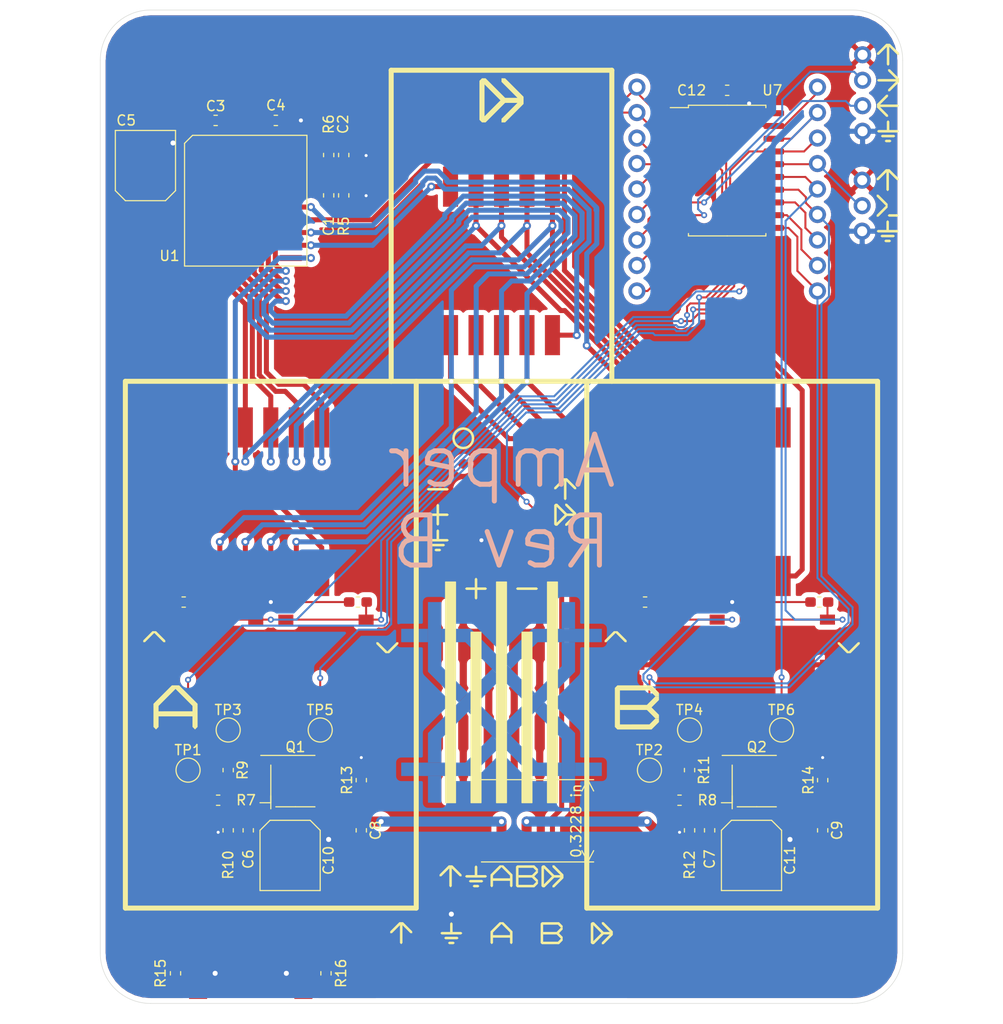
<source format=kicad_pcb>
(kicad_pcb (version 20171130) (host pcbnew 5.1.5+dfsg1-2build2)
  (layers (0 F.Cu signal) (31 B.Cu signal) (34 B.Paste user) (35 F.Paste user) (36 B.SilkS user) (37 F.SilkS user) (38 B.Mask user) (39 F.Mask user) (44 Edge.Cuts user))
  (net 0 "")
  (net 1 GND)
  (net 2 +5V)
  (net 3 /OutDigit2)
  (net 4 /OutDigit1)
  (net 5 /SEG8)
  (net 6 /SourceBDigit2)
  (net 7 /SEG7)
  (net 8 /SourceBDigit1)
  (net 9 /SEG6)
  (net 10 /SourceADigit2)
  (net 11 /SEG5)
  (net 12 /SourceADigit1)
  (net 13 /SEG4)
  (net 14 /SEG3)
  (net 15 /SEG2)
  (net 16 /SEG1)
  (net 17 "Net-(C6-Pad1)")
  (net 18 /SourceAOut)
  (net 19 /SourceBOut)
  (net 20 /R1)
  (net 21 /R2)
  (net 22 /R3)
  (net 23 /ResultAdc)
  (net 24 /R4)
  (net 25 /R5)
  (net 26 /V+)
  (net 27 /V-)
  (net 28 /AtProg)
  (net 29 /UartRx)
  (net 30 /UartTx)
  (net 31 /SourceAPwm)
  (net 32 /SourceBPwm)
  (net 33 /Tm1637Clk)
  (net 34 /Tm1637Dio)
  (net 35 "Net-(C7-Pad1)")
  (net 36 "Net-(J4-PadB5)")
  (net 37 "Net-(J4-PadA5)")
  (net 38 "Net-(U1-Pad20)")
  (net 39 "Net-(U1-Pad19)")
  (net 40 "Net-(U5-Pad1)")
  (net 41 "Net-(U5-Pad5)")
  (net 42 "Net-(U5-Pad8)")
  (net 43 "Net-(J4-PadS1)")
  (net 44 /SourceAUp)
  (net 45 /SourceADn)
  (net 46 /SourceBUp)
  (net 47 /SourceBDn)
  (net 48 "Net-(J4-PadS3)")
  (net 49 "Net-(J4-PadS4)")
  (net 50 "Net-(J4-PadS2)")
  (net 51 "Net-(J8-Pad1)")
  (net 52 "Net-(J8-Pad4)")
  (net 53 "Net-(J8-Pad5)")
  (net 54 "Net-(J8-Pad6)")
  (module amper:pcb_logo_small (layer B.Cu) (at 0 20)
    (fp_text reference svg2mod hide)
    (fp_text value G*** hide)
    (fp_poly (pts (xy -5.999727 10) (xy -7.333496 10) (xy -7.333496 7.333496) (xy -6.000244 7.333496) (xy -5.999727 10)) (layer B.Cu) (width 0))
    (fp_poly (pts (xy 5.999931 10) (xy 5.999931 8.000138) (xy 5.999931 7.333517) (xy 5.999931 5.999931) (xy 5.999931 5.33331) (xy 5.999931 3.609398) (xy 4.276019 1.885831) (xy 4.276372 1.885478) (xy 3.333456 0.942907) (xy 4.275683 0.000336) (xy 4.276035 -0.000016) (xy 5.218951 0.942899) (xy 5.218598 0.943252) (xy 7.333181 3.05749) (xy 7.333181 5.33331) (xy 7.333181 5.999931) (xy 7.333181 7.333173) (xy 7.333181 7.333517) (xy 7.333181 8.000138) (xy 7.333181 10) (xy 5.999931 10)) (layer B.Cu) (width 0))
    (fp_poly (pts (xy -10 7.333517) (xy -10 5.999931) (xy -3.609398 5.999931) (xy -0.942915 3.333448) (xy 0 4.276363) (xy -3.057498 7.333517) (xy -10 7.333517)) (layer B.Cu) (width 0))
    (fp_poly (pts (xy 3.057154 7.333517) (xy 0.471285 4.747649) (xy 0 4.276363) (xy -0.942915 3.333448) (xy -1.414201 2.861818) (xy -2.390533 1.885831) (xy -3.333448 0.942915) (xy -2.390533 0.000345) (xy -1.447962 0.942915) (xy -1.44761 0.942915) (xy -0.471622 1.919248) (xy 0.000008 2.390533) (xy 0.942923 3.333448) (xy 1.414209 3.804734) (xy 3.609406 5.999931) (xy 4.666353 5.999931) (xy 4.666706 5.999931) (xy 5.999603 5.999931) (xy 5.999603 7.333173) (xy 4.666706 7.333173) (xy 4.666706 7.333525) (xy 3.057154 7.333517)) (layer B.Cu) (width 0))
    (fp_poly (pts (xy 8.666414 7.333517) (xy 8.666414 7.333164) (xy 7.333172 7.333164) (xy 7.333172 5.999923) (xy 8.666414 5.999923) (xy 10 5.999923) (xy 10 7.333509) (xy 8.666414 7.333517)) (layer B.Cu) (width 0))
    (fp_poly (pts (xy -7.333517 5.999587) (xy -7.333517 4.66669) (xy -7.333517 4.666337) (xy -7.333517 3.05749) (xy -4.747649 0.471622) (xy -4.276363 0.000336) (xy -4.276363 -0.000016) (xy -3.333448 -0.942587) (xy -3.333095 -0.94294) (xy -2.86181 -1.414225) (xy -1.885478 -2.390213) (xy -1.885478 -2.390566) (xy -0.942907 -3.333137) (xy -0.000336 -2.390566) (xy -0.942907 -1.447651) (xy -1.919239 -0.471318) (xy -2.390525 -0.000033) (xy -2.390525 0.00032) (xy -3.333448 0.942915) (xy -3.804734 1.414201) (xy -5.999931 3.609398) (xy -5.999931 4.66669) (xy -6.000284 4.66669) (xy -6.000284 5.999587) (xy -7.333517 5.999587)) (layer B.Cu) (width 0))
    (fp_poly (pts (xy 0.942915 3.333448) (xy 0 2.390533) (xy 0.942915 1.447962) (xy 1.918903 0.47163) (xy 2.390533 0) (xy 3.333104 -0.942571) (xy 3.333104 -0.942923) (xy 3.804733 -1.414209) (xy 5.999931 -3.609406) (xy 5.999931 -4.666698) (xy 5.999578 -4.666698) (xy 5.999578 -5.999939) (xy 5.999931 -5.999939) (xy 7.332828 -5.999939) (xy 7.332828 -4.666698) (xy 7.333181 -4.666698) (xy 7.333181 -3.057162) (xy 4.747312 -0.471294) (xy 4.276027 -0.000008) (xy 4.275674 0.000345) (xy 3.333448 0.942915) (xy 3.333095 0.942915) (xy 2.86181 1.414201) (xy 1.885477 2.390533) (xy 0.942915 3.333448)) (layer B.Cu) (width 0))
    (fp_poly (pts (xy -4.276363 0) (xy -5.218934 -0.942571) (xy -7.333517 -3.057154) (xy -7.333517 -5.33331) (xy -7.333517 -5.999931) (xy -7.333517 -7.333172) (xy -7.333517 -7.999794) (xy -7.333517 -10) (xy -5.999931 -10) (xy -5.999931 -7.999794) (xy -5.999931 -7.333172) (xy -5.999931 -5.999931) (xy -5.999931 -5.33331) (xy -5.999931 -3.609398) (xy -4.276363 -1.885486) (xy -4.276363 -1.885133) (xy -3.333448 -0.942562) (xy -4.276363 0)) (layer B.Cu) (width 0))
    (fp_poly (pts (xy 2.390533 0) (xy 1.447962 -0.942915) (xy 1.447609 -0.942915) (xy 0.471277 -1.918903) (xy -0.000008 -2.390533) (xy -0.000361 -2.390533) (xy -0.942932 -3.333104) (xy -1.414217 -3.804733) (xy -3.609415 -5.999931) (xy -4.666706 -5.999931) (xy -5.999948 -5.999931) (xy -5.999948 -7.333172) (xy -4.666706 -7.333172) (xy -3.057515 -7.333172) (xy -0.471647 -4.747304) (xy -0.000361 -4.275674) (xy -0.000008 -4.276027) (xy 0.942562 -3.333456) (xy 0.942562 -3.333104) (xy 1.414192 -2.861818) (xy 2.390525 -1.885486) (xy 3.333095 -0.942915) (xy 3.333095 -0.942562) (xy 2.390533 0)) (layer B.Cu) (width 0))
    (fp_poly (pts (xy 0.942571 -3.333448) (xy 0 -4.276019) (xy 0.942915 -5.218934) (xy 3.057154 -7.333172) (xy 5.33331 -7.333172) (xy 5.999931 -7.333172) (xy 7.333172 -7.333172) (xy 7.999794 -7.333172) (xy 10 -7.333172) (xy 10 -5.999931) (xy 7.999794 -5.999931) (xy 7.333172 -5.999931) (xy 7.33282 -5.999931) (xy 5.999923 -5.999931) (xy 5.99957 -5.999931) (xy 5.333294 -5.999931) (xy 3.609381 -5.999931) (xy 1.885469 -4.276019) (xy 0.942571 -3.333448)) (layer B.Cu) (width 0))
    (fp_poly (pts (xy -10 -5.999931) (xy -10 -7.333172) (xy -8.666759 -7.333172) (xy -7.333517 -7.333172) (xy -7.333517 -5.999931) (xy -8.666759 -5.999931) (xy -10 -5.999931)) (layer B.Cu) (width 0))
    (fp_poly (pts (xy 5.999586 -7.333517) (xy 5.999586 -8.666758) (xy 5.999939 -8.666758) (xy 5.999939 -10) (xy 7.333181 -10) (xy 7.333181 -8.666414) (xy 7.332828 -8.666414) (xy 7.332828 -7.333517) (xy 5.999586 -7.333517)) (layer B.Cu) (width 0))
  )
  (module amper:LargeOutput (layer F.Cu) (at 0 -40)
    (fp_text reference svg2mod hide)
    (fp_text value G*** hide)
  )
  (module amper:LargeB (layer F.Cu) (at 13.5 20.5)
    (fp_text reference svg2mod hide)
    (fp_text value G*** hide)
  )
  (module amper:LargeA (layer F.Cu) (at -32.5 20.5)
    (fp_text reference svg2mod hide)
    (fp_text value G*** hide)
  )
  (module amper:MC-303S (layer F.Cu) (at -25 45)
    (fp_text reference J4 hide)
    (fp_text value USB_C_Receptacle_USB2.0)
    (pad S3 smd rect (at -5.25 3.95) (size 1.8 1.2) (layers F.Cu F.Paste F.Mask) (net 48 "Net-(J4-PadS3)"))
    (pad S4 smd rect (at 5.25 3.95) (size 1.8 1.2) (layers F.Cu F.Paste F.Mask) (net 49 "Net-(J4-PadS4)"))
    (pad S1 smd rect (at -5.25 0.35) (size 1.8 1) (layers F.Cu F.Paste F.Mask) (net 43 "Net-(J4-PadS1)"))
    (pad S2 smd rect (at 5.25 0.35) (size 1.8 1) (layers F.Cu F.Paste F.Mask) (net 50 "Net-(J4-PadS2)"))
    (pad A1 smd rect (at 2.75 0) (size 0.9 1.2) (layers F.Cu F.Paste F.Mask) (net 1 GND))
    (pad B1 smd rect (at -2.75 0) (size 0.9 1.2) (layers F.Cu F.Paste F.Mask) (net 1 GND))
    (pad A9 smd rect (at 1.52 0) (size 0.8 1.2) (layers F.Cu F.Paste F.Mask) (net 2 +5V))
    (pad B9 smd rect (at -1.52 0) (size 0.8 1.2) (layers F.Cu F.Paste F.Mask) (net 2 +5V))
    (pad B5 smd rect (at -0.5 0) (size 0.7 1.2) (layers F.Cu F.Paste F.Mask) (net 36 "Net-(J4-PadB5)"))
    (pad A5 smd rect (at 0.5 0) (size 0.7 1.2) (layers F.Cu F.Paste F.Mask) (net 37 "Net-(J4-PadA5)"))
  )
  (module amper:SLS0392FB4A1GD (layer F.Cu) (at 0 -24)
    (fp_text reference U2 hide)
    (fp_text value HDSM-441B)
    (pad 10 smd rect (at -5.08 -7.4) (size 1.5 4) (layers F.Cu F.Paste F.Mask) (net 4 /OutDigit1))
    (pad 1 smd rect (at -5.08 7.4) (size 1.5 4) (layers F.Cu F.Paste F.Mask) (net 16 /SEG1))
    (pad 9 smd rect (at -2.54 -7.4) (size 1.5 4) (layers F.Cu F.Paste F.Mask) (net 5 /SEG8))
    (pad 2 smd rect (at -2.54 7.4) (size 1.5 4) (layers F.Cu F.Paste F.Mask) (net 15 /SEG2))
    (pad 8 smd rect (at 0 -7.4) (size 1.5 4) (layers F.Cu F.Paste F.Mask) (net 7 /SEG7))
    (pad 3 smd rect (at 0 7.4) (size 1.5 4) (layers F.Cu F.Paste F.Mask) (net 14 /SEG3))
    (pad 7 smd rect (at 2.54 -7.4) (size 1.5 4) (layers F.Cu F.Paste F.Mask) (net 9 /SEG6))
    (pad 4 smd rect (at 2.54 7.4) (size 1.5 4) (layers F.Cu F.Paste F.Mask) (net 13 /SEG4))
    (pad 6 smd rect (at 5.08 -7.4) (size 1.5 4) (layers F.Cu F.Paste F.Mask) (net 11 /SEG5))
    (pad 5 smd rect (at 5.08 7.4) (size 1.5 4) (layers F.Cu F.Paste F.Mask) (net 3 /OutDigit2))
  )
  (module amper:SLS0392FB4A1GD (layer F.Cu) (at -23 0)
    (fp_text reference U3 hide)
    (fp_text value HDSM-441B)
    (pad 10 smd rect (at -5.08 -7.4) (size 1.5 4) (layers F.Cu F.Paste F.Mask) (net 12 /SourceADigit1))
    (pad 1 smd rect (at -5.08 7.4) (size 1.5 4) (layers F.Cu F.Paste F.Mask) (net 16 /SEG1))
    (pad 9 smd rect (at -2.54 -7.4) (size 1.5 4) (layers F.Cu F.Paste F.Mask) (net 5 /SEG8))
    (pad 2 smd rect (at -2.54 7.4) (size 1.5 4) (layers F.Cu F.Paste F.Mask) (net 15 /SEG2))
    (pad 8 smd rect (at 0 -7.4) (size 1.5 4) (layers F.Cu F.Paste F.Mask) (net 7 /SEG7))
    (pad 3 smd rect (at 0 7.4) (size 1.5 4) (layers F.Cu F.Paste F.Mask) (net 14 /SEG3))
    (pad 7 smd rect (at 2.54 -7.4) (size 1.5 4) (layers F.Cu F.Paste F.Mask) (net 9 /SEG6))
    (pad 4 smd rect (at 2.54 7.4) (size 1.5 4) (layers F.Cu F.Paste F.Mask) (net 13 /SEG4))
    (pad 6 smd rect (at 5.08 -7.4) (size 1.5 4) (layers F.Cu F.Paste F.Mask) (net 11 /SEG5))
    (pad 5 smd rect (at 5.08 7.4) (size 1.5 4) (layers F.Cu F.Paste F.Mask) (net 10 /SourceADigit2))
  )
  (module Capacitor_SMD:C_0603_1608Metric_Pad1.05x0.95mm_HandSolder (layer F.Cu) (at 32.02 32.75 270)
    (fp_text reference C9 (at 0 -1.43 90) (layer F.SilkS))
    (fp_text value 1u)
    (pad 2 smd roundrect (at 0.875 0 270) (size 1.05 0.95) (layers F.Cu F.Paste F.Mask) (net 1 GND))
    (pad 1 smd roundrect (at -0.875 0 270) (size 1.05 0.95) (layers F.Cu F.Paste F.Mask) (net 19 /SourceBOut))
  )
  (module TestPoint:TestPoint_Pad_D2.0mm (layer F.Cu) (at 27.925 22.75)
    (fp_text reference TP6 (at 0 -1.998) (layer F.SilkS))
    (fp_text value TestPoint)
    (pad 1 smd circle (at 0 0) (size 2 2) (layers F.Cu F.Mask) (net 19 /SourceBOut))
  )
  (module TestPoint:TestPoint_Pad_D2.0mm (layer F.Cu) (at 18.75 22.75)
    (fp_text reference TP4 (at 0 -1.998) (layer F.SilkS))
    (fp_text value TestPoint)
    (pad 1 smd circle (at 0 0) (size 2 2) (layers F.Cu F.Mask) (net 35 "Net-(C7-Pad1)"))
  )
  (module Resistor_SMD:R_0603_1608Metric_Pad1.05x0.95mm_HandSolder (layer F.Cu) (at 32.02 27.75 90)
    (fp_text reference R14 (at 0 -1.43 90) (layer F.SilkS))
    (fp_text value 100K)
    (pad 2 smd roundrect (at 0.875 0 90) (size 1.05 0.95) (layers F.Cu F.Paste F.Mask) (net 1 GND))
    (pad 1 smd roundrect (at -0.875 0 90) (size 1.05 0.95) (layers F.Cu F.Paste F.Mask) (net 19 /SourceBOut))
  )
  (module Capacitor_SMD:C_0603_1608Metric_Pad1.05x0.95mm_HandSolder (layer F.Cu) (at 20.75 32.75 270)
    (fp_text reference C7 (at 1.795 0 90) (layer F.SilkS) (effects (justify right)))
    (fp_text value 1u)
    (pad 2 smd roundrect (at 0.875 0 270) (size 1.05 0.95) (layers F.Cu F.Paste F.Mask) (net 1 GND))
    (pad 1 smd roundrect (at -0.875 0 270) (size 1.05 0.95) (layers F.Cu F.Paste F.Mask) (net 35 "Net-(C7-Pad1)"))
  )
  (module Resistor_SMD:R_0603_1608Metric_Pad1.05x0.95mm_HandSolder (layer F.Cu) (at 18.75 26.75 270)
    (fp_text reference R11 (at 0 -1.43 90) (layer F.SilkS))
    (fp_text value 12k)
    (pad 2 smd roundrect (at 0.875 0 270) (size 1.05 0.95) (layers F.Cu F.Paste F.Mask) (net 35 "Net-(C7-Pad1)"))
    (pad 1 smd roundrect (at -0.875 0 270) (size 1.05 0.95) (layers F.Cu F.Paste F.Mask) (net 2 +5V))
  )
  (module TestPoint:TestPoint_Pad_D2.0mm (layer F.Cu) (at 14.75 26.75)
    (fp_text reference TP2 (at 0 -1.998) (layer F.SilkS))
    (fp_text value TestPoint)
    (pad 1 smd circle (at 0 0) (size 2 2) (layers F.Cu F.Mask) (net 32 /SourceBPwm))
  )
  (module Resistor_SMD:R_0603_1608Metric_Pad1.05x0.95mm_HandSolder (layer F.Cu) (at 17.75 29.75 180)
    (fp_text reference R8 (at -1.7 0.005) (layer F.SilkS) (effects (justify left)))
    (fp_text value 30k)
    (pad 2 smd roundrect (at 0.875 0 180) (size 1.05 0.95) (layers F.Cu F.Paste F.Mask) (net 32 /SourceBPwm))
    (pad 1 smd roundrect (at -0.875 0 180) (size 1.05 0.95) (layers F.Cu F.Paste F.Mask) (net 35 "Net-(C7-Pad1)"))
  )
  (module Resistor_SMD:R_0603_1608Metric_Pad1.05x0.95mm_HandSolder (layer F.Cu) (at 18.75 32.75 270)
    (fp_text reference R12 (at 1.895 0 90) (layer F.SilkS) (effects (justify right)))
    (fp_text value 20k)
    (pad 2 smd roundrect (at 0.875 0 270) (size 1.05 0.95) (layers F.Cu F.Paste F.Mask) (net 1 GND))
    (pad 1 smd roundrect (at -0.875 0 270) (size 1.05 0.95) (layers F.Cu F.Paste F.Mask) (net 35 "Net-(C7-Pad1)"))
  )
  (module Package_SO:SOIC-8_3.9x4.9mm_P1.27mm (layer F.Cu) (at 25.45 27.845)
    (fp_text reference Q2 (at 0 -3.4) (layer F.SilkS))
    (fp_text value FDS9435A)
    (pad 8 smd roundrect (at 2.475 -1.905) (size 1.95 0.6) (layers F.Cu F.Paste F.Mask) (net 19 /SourceBOut))
    (pad 7 smd roundrect (at 2.475 -0.635) (size 1.95 0.6) (layers F.Cu F.Paste F.Mask) (net 19 /SourceBOut))
    (pad 6 smd roundrect (at 2.475 0.635) (size 1.95 0.6) (layers F.Cu F.Paste F.Mask) (net 19 /SourceBOut))
    (pad 5 smd roundrect (at 2.475 1.905) (size 1.95 0.6) (layers F.Cu F.Paste F.Mask) (net 19 /SourceBOut))
    (pad 4 smd roundrect (at -2.475 1.905) (size 1.95 0.6) (layers F.Cu F.Paste F.Mask) (net 35 "Net-(C7-Pad1)"))
    (pad 3 smd roundrect (at -2.475 0.635) (size 1.95 0.6) (layers F.Cu F.Paste F.Mask) (net 2 +5V))
    (pad 2 smd roundrect (at -2.475 -0.635) (size 1.95 0.6) (layers F.Cu F.Paste F.Mask) (net 2 +5V))
    (pad 1 smd roundrect (at -2.475 -1.905) (size 1.95 0.6) (layers F.Cu F.Paste F.Mask) (net 2 +5V))
  )
  (module amper:VT1H100M-CRD54 (layer F.Cu) (at 24.925 35.75)
    (fp_text reference C11 (at 3.825 -0.005 90) (layer F.SilkS))
    (fp_text value 10uF)
    (pad 2 smd rect (at 0 1.75) (size 0.8 2.2) (layers F.Cu F.Paste F.Mask) (net 1 GND))
    (pad 1 smd rect (at 0 -1.75) (size 0.8 2.2) (layers F.Cu F.Paste F.Mask) (net 19 /SourceBOut))
  )
  (module TestPoint:TestPoint_Pad_D2.0mm (layer F.Cu) (at -18.075 22.75)
    (fp_text reference TP5 (at 0 -1.998) (layer F.SilkS))
    (fp_text value TestPoint)
    (pad 1 smd circle (at 0 0) (size 2 2) (layers F.Cu F.Mask) (net 18 /SourceAOut))
  )
  (module TestPoint:TestPoint_Pad_D2.0mm (layer F.Cu) (at -27.25 22.75)
    (fp_text reference TP3 (at 0 -1.998) (layer F.SilkS))
    (fp_text value TestPoint)
    (pad 1 smd circle (at 0 0) (size 2 2) (layers F.Cu F.Mask) (net 17 "Net-(C6-Pad1)"))
  )
  (module Capacitor_SMD:C_0603_1608Metric_Pad1.05x0.95mm_HandSolder (layer F.Cu) (at -13.98 32.75 270)
    (fp_text reference C8 (at 0 -1.43 90) (layer F.SilkS))
    (fp_text value 1u)
    (pad 2 smd roundrect (at 0.875 0 270) (size 1.05 0.95) (layers F.Cu F.Paste F.Mask) (net 1 GND))
    (pad 1 smd roundrect (at -0.875 0 270) (size 1.05 0.95) (layers F.Cu F.Paste F.Mask) (net 18 /SourceAOut))
  )
  (module Resistor_SMD:R_0603_1608Metric_Pad1.05x0.95mm_HandSolder (layer F.Cu) (at -28.25 29.75 180)
    (fp_text reference R7 (at -1.7 0.005) (layer F.SilkS) (effects (justify left)))
    (fp_text value 30k)
    (pad 2 smd roundrect (at 0.875 0 180) (size 1.05 0.95) (layers F.Cu F.Paste F.Mask) (net 31 /SourceAPwm))
    (pad 1 smd roundrect (at -0.875 0 180) (size 1.05 0.95) (layers F.Cu F.Paste F.Mask) (net 17 "Net-(C6-Pad1)"))
  )
  (module Resistor_SMD:R_0603_1608Metric_Pad1.05x0.95mm_HandSolder (layer F.Cu) (at -13.98 27.75 90)
    (fp_text reference R13 (at 0 -1.43 90) (layer F.SilkS))
    (fp_text value 100K)
    (pad 2 smd roundrect (at 0.875 0 90) (size 1.05 0.95) (layers F.Cu F.Paste F.Mask) (net 1 GND))
    (pad 1 smd roundrect (at -0.875 0 90) (size 1.05 0.95) (layers F.Cu F.Paste F.Mask) (net 18 /SourceAOut))
  )
  (module TestPoint:TestPoint_Pad_D2.0mm (layer F.Cu) (at -31.25 26.75)
    (fp_text reference TP1 (at 0 -1.998) (layer F.SilkS))
    (fp_text value TestPoint)
    (pad 1 smd circle (at 0 0) (size 2 2) (layers F.Cu F.Mask) (net 31 /SourceAPwm))
  )
  (module Resistor_SMD:R_0603_1608Metric_Pad1.05x0.95mm_HandSolder (layer F.Cu) (at -27.25 32.75 270)
    (fp_text reference R10 (at 1.895 0 90) (layer F.SilkS) (effects (justify right)))
    (fp_text value 20k)
    (pad 2 smd roundrect (at 0.875 0 270) (size 1.05 0.95) (layers F.Cu F.Paste F.Mask) (net 1 GND))
    (pad 1 smd roundrect (at -0.875 0 270) (size 1.05 0.95) (layers F.Cu F.Paste F.Mask) (net 17 "Net-(C6-Pad1)"))
  )
  (module Package_SO:SOIC-8_3.9x4.9mm_P1.27mm (layer F.Cu) (at -20.55 27.845)
    (fp_text reference Q1 (at 0 -3.4) (layer F.SilkS))
    (fp_text value FDS9435A)
    (pad 8 smd roundrect (at 2.475 -1.905) (size 1.95 0.6) (layers F.Cu F.Paste F.Mask) (net 18 /SourceAOut))
    (pad 7 smd roundrect (at 2.475 -0.635) (size 1.95 0.6) (layers F.Cu F.Paste F.Mask) (net 18 /SourceAOut))
    (pad 6 smd roundrect (at 2.475 0.635) (size 1.95 0.6) (layers F.Cu F.Paste F.Mask) (net 18 /SourceAOut))
    (pad 5 smd roundrect (at 2.475 1.905) (size 1.95 0.6) (layers F.Cu F.Paste F.Mask) (net 18 /SourceAOut))
    (pad 4 smd roundrect (at -2.475 1.905) (size 1.95 0.6) (layers F.Cu F.Paste F.Mask) (net 17 "Net-(C6-Pad1)"))
    (pad 3 smd roundrect (at -2.475 0.635) (size 1.95 0.6) (layers F.Cu F.Paste F.Mask) (net 2 +5V))
    (pad 2 smd roundrect (at -2.475 -0.635) (size 1.95 0.6) (layers F.Cu F.Paste F.Mask) (net 2 +5V))
    (pad 1 smd roundrect (at -2.475 -1.905) (size 1.95 0.6) (layers F.Cu F.Paste F.Mask) (net 2 +5V))
  )
  (module Capacitor_SMD:C_0603_1608Metric_Pad1.05x0.95mm_HandSolder (layer F.Cu) (at -25.25 32.75 270)
    (fp_text reference C6 (at 1.795 0 90) (layer F.SilkS) (effects (justify right)))
    (fp_text value 1u)
    (pad 2 smd roundrect (at 0.875 0 270) (size 1.05 0.95) (layers F.Cu F.Paste F.Mask) (net 1 GND))
    (pad 1 smd roundrect (at -0.875 0 270) (size 1.05 0.95) (layers F.Cu F.Paste F.Mask) (net 17 "Net-(C6-Pad1)"))
  )
  (module Resistor_SMD:R_0603_1608Metric_Pad1.05x0.95mm_HandSolder (layer F.Cu) (at -27.25 26.75 270)
    (fp_text reference R9 (at 0 -1.43 90) (layer F.SilkS))
    (fp_text value 12k)
    (pad 2 smd roundrect (at 0.875 0 270) (size 1.05 0.95) (layers F.Cu F.Paste F.Mask) (net 17 "Net-(C6-Pad1)"))
    (pad 1 smd roundrect (at -0.875 0 270) (size 1.05 0.95) (layers F.Cu F.Paste F.Mask) (net 2 +5V))
  )
  (module amper:VT1H100M-CRD54 (layer F.Cu) (at -21.075 35.75)
    (fp_text reference C10 (at 3.825 -0.005 90) (layer F.SilkS))
    (fp_text value 10uF)
    (pad 2 smd rect (at 0 1.75) (size 0.8 2.2) (layers F.Cu F.Paste F.Mask) (net 1 GND))
    (pad 1 smd rect (at 0 -1.75) (size 0.8 2.2) (layers F.Cu F.Paste F.Mask) (net 18 /SourceAOut))
  )
  (module Resistor_SMD:R_0603_1608Metric_Pad1.05x0.95mm_HandSolder (layer F.Cu) (at 14.31467 10 180)
    (fp_text reference R3 hide)
    (fp_text value 10K)
    (pad 2 smd roundrect (at 0.875 0 180) (size 1.05 0.95) (layers F.Cu F.Paste F.Mask) (net 46 /SourceBUp))
    (pad 1 smd roundrect (at -0.875 0 180) (size 1.05 0.95) (layers F.Cu F.Paste F.Mask) (net 1 GND))
  )
  (module amper:SLS0392FB4A1GD (layer F.Cu) (at 23 0)
    (fp_text reference U4 hide)
    (fp_text value HDSM-441B)
    (pad 10 smd rect (at -5.08 -7.4) (size 1.5 4) (layers F.Cu F.Paste F.Mask) (net 8 /SourceBDigit1))
    (pad 1 smd rect (at -5.08 7.4) (size 1.5 4) (layers F.Cu F.Paste F.Mask) (net 16 /SEG1))
    (pad 9 smd rect (at -2.54 -7.4) (size 1.5 4) (layers F.Cu F.Paste F.Mask) (net 5 /SEG8))
    (pad 2 smd rect (at -2.54 7.4) (size 1.5 4) (layers F.Cu F.Paste F.Mask) (net 15 /SEG2))
    (pad 8 smd rect (at 0 -7.4) (size 1.5 4) (layers F.Cu F.Paste F.Mask) (net 7 /SEG7))
    (pad 3 smd rect (at 0 7.4) (size 1.5 4) (layers F.Cu F.Paste F.Mask) (net 14 /SEG3))
    (pad 7 smd rect (at 2.54 -7.4) (size 1.5 4) (layers F.Cu F.Paste F.Mask) (net 9 /SEG6))
    (pad 4 smd rect (at 2.54 7.4) (size 1.5 4) (layers F.Cu F.Paste F.Mask) (net 13 /SEG4))
    (pad 6 smd rect (at 5.08 -7.4) (size 1.5 4) (layers F.Cu F.Paste F.Mask) (net 11 /SEG5))
    (pad 5 smd rect (at 5.08 7.4) (size 1.5 4) (layers F.Cu F.Paste F.Mask) (net 6 /SourceBDigit2))
  )
  (module Resistor_SMD:R_0603_1608Metric_Pad1.05x0.95mm_HandSolder (layer F.Cu) (at 31.68533 10)
    (fp_text reference R4 hide)
    (fp_text value 10K)
    (pad 2 smd roundrect (at 0.875 0) (size 1.05 0.95) (layers F.Cu F.Paste F.Mask) (net 47 /SourceBDn))
    (pad 1 smd roundrect (at -0.875 0) (size 1.05 0.95) (layers F.Cu F.Paste F.Mask) (net 1 GND))
  )
  (module amper:SolderHeader (layer F.Cu) (at 0 42.8)
    (fp_text reference J7 hide)
    (fp_text value Conn_01x05 hide)
    (pad 5 smd rect (at 10 4.2) (size 4 4) (layers F.Cu F.Paste F.Mask) (net 23 /ResultAdc))
    (pad 4 smd rect (at 5 4.2) (size 4 4) (layers F.Cu F.Paste F.Mask) (net 19 /SourceBOut))
    (pad 3 smd rect (at 0 4.2) (size 4 4) (layers F.Cu F.Paste F.Mask) (net 18 /SourceAOut))
    (pad 2 smd rect (at -5 4.2) (size 4 4) (layers F.Cu F.Paste F.Mask) (net 1 GND))
    (pad 1 smd rect (at -10 4.2) (size 4 4) (layers F.Cu F.Paste F.Mask) (net 2 +5V))
  )
  (module amper:2.54_2x5_alternate (layer F.Cu) (at 0 23)
    (fp_text reference J2 hide)
    (fp_text value Conn_02x05_Odd_Even hide)
    (pad 9 smd rect (at 5.08 3) (size 0.8 2) (layers F.Cu F.Paste F.Mask) (net 25 /R5))
    (pad 10 smd rect (at 5.08 -3) (size 0.8 2) (layers F.Cu F.Paste F.Mask) (net 25 /R5))
    (pad 7 smd rect (at 2.54 3) (size 0.8 2) (layers F.Cu F.Paste F.Mask) (net 24 /R4))
    (pad 8 smd rect (at 2.54 -3) (size 0.8 2) (layers F.Cu F.Paste F.Mask) (net 24 /R4))
    (pad 5 smd rect (at 0 3) (size 0.8 2) (layers F.Cu F.Paste F.Mask) (net 22 /R3))
    (pad 6 smd rect (at 0 -3) (size 0.8 2) (layers F.Cu F.Paste F.Mask) (net 22 /R3))
    (pad 3 smd rect (at -2.54 3) (size 0.8 2) (layers F.Cu F.Paste F.Mask) (net 21 /R2))
    (pad 4 smd rect (at -2.54 -3) (size 0.8 2) (layers F.Cu F.Paste F.Mask) (net 21 /R2))
    (pad 1 smd rect (at -5.08 3) (size 0.8 2) (layers F.Cu F.Paste F.Mask) (net 20 /R1))
    (pad 2 smd rect (at -5.08 -3) (size 0.8 2) (layers F.Cu F.Paste F.Mask) (net 20 /R1))
  )
  (module amper:PROG (layer F.Cu) (at 38.5 -29.5)
    (fp_text reference J5 hide)
    (fp_text value Conn_01x03 hide)
    (pad 2 thru_hole oval (at -2.54 0) (size 1.7 1.7) (drill 1) (layers *.Cu *.Mask) (net 28 /AtProg))
    (pad 3 thru_hole oval (at -2.54 2.54) (size 1.7 1.7) (drill 1) (layers *.Cu *.Mask) (net 1 GND))
    (pad 1 thru_hole circle (at -2.54 -2.54) (size 1.7 1.7) (drill 1) (layers *.Cu *.Mask) (net 2 +5V))
  )
  (module amper:UART (layer F.Cu) (at 38.54 -40.73)
    (fp_text reference J6 hide)
    (fp_text value Conn_01x04 hide)
    (pad 4 thru_hole oval (at -2.54 3.81) (size 1.7 1.7) (drill 1) (layers *.Cu *.Mask) (net 1 GND))
    (pad 2 thru_hole oval (at -2.54 -1.27) (size 1.7 1.7) (drill 1) (layers *.Cu *.Mask) (net 30 /UartTx))
    (pad 3 thru_hole oval (at -2.54 1.27) (size 1.7 1.7) (drill 1) (layers *.Cu *.Mask) (net 29 /UartRx))
    (pad 1 thru_hole circle (at -2.54 -3.81) (size 1.7 1.7) (drill 1) (layers *.Cu *.Mask) (net 2 +5V))
  )
  (module Resistor_SMD:R_0603_1608Metric_Pad1.05x0.95mm_HandSolder (layer F.Cu) (at -31.68533 10 180)
    (fp_text reference R1 hide)
    (fp_text value 10K)
    (pad 2 smd roundrect (at 0.875 0 180) (size 1.05 0.95) (layers F.Cu F.Paste F.Mask) (net 44 /SourceAUp))
    (pad 1 smd roundrect (at -0.875 0 180) (size 1.05 0.95) (layers F.Cu F.Paste F.Mask) (net 1 GND))
  )
  (module Resistor_SMD:R_0603_1608Metric_Pad1.05x0.95mm_HandSolder (layer F.Cu) (at -14.31467 10)
    (fp_text reference R2 hide)
    (fp_text value 10K)
    (pad 2 smd roundrect (at 0.875 0) (size 1.05 0.95) (layers F.Cu F.Paste F.Mask) (net 45 /SourceADn))
    (pad 1 smd roundrect (at -0.875 0) (size 1.05 0.95) (layers F.Cu F.Paste F.Mask) (net 1 GND))
  )
  (module amper:TM1637 (layer F.Cu) (at -25.5 -30 270)
    (fp_text reference U1 (at 5.5 6.5) (layer F.SilkS) (effects (justify right)))
    (fp_text value TM1637)
    (pad 10 smd rect (at 5.715 4.5 270) (size 0.6 2.2) (layers F.Cu F.Paste F.Mask) (net 12 /SourceADigit1))
    (pad 11 smd rect (at 5.715 -4.5 270) (size 0.6 2.2) (layers F.Cu F.Paste F.Mask) (net 10 /SourceADigit2))
    (pad 9 smd rect (at 4.445 4.5 270) (size 0.6 2.2) (layers F.Cu F.Paste F.Mask) (net 5 /SEG8))
    (pad 12 smd rect (at 4.445 -4.5 270) (size 0.6 2.2) (layers F.Cu F.Paste F.Mask) (net 4 /OutDigit1))
    (pad 8 smd rect (at 3.175 4.5 270) (size 0.6 2.2) (layers F.Cu F.Paste F.Mask) (net 7 /SEG7))
    (pad 13 smd rect (at 3.175 -4.5 270) (size 0.6 2.2) (layers F.Cu F.Paste F.Mask) (net 3 /OutDigit2))
    (pad 7 smd rect (at 1.905 4.5 270) (size 0.6 2.2) (layers F.Cu F.Paste F.Mask) (net 9 /SEG6))
    (pad 14 smd rect (at 1.905 -4.5 270) (size 0.6 2.2) (layers F.Cu F.Paste F.Mask) (net 6 /SourceBDigit2))
    (pad 6 smd rect (at 0.635 4.5 270) (size 0.6 2.2) (layers F.Cu F.Paste F.Mask) (net 11 /SEG5))
    (pad 15 smd rect (at 0.635 -4.5 270) (size 0.6 2.2) (layers F.Cu F.Paste F.Mask) (net 8 /SourceBDigit1))
    (pad 5 smd rect (at -0.635 4.5 270) (size 0.6 2.2) (layers F.Cu F.Paste F.Mask) (net 13 /SEG4))
    (pad 16 smd rect (at -0.635 -4.5 270) (size 0.6 2.2) (layers F.Cu F.Paste F.Mask) (net 2 +5V))
    (pad 4 smd rect (at -1.905 4.5 270) (size 0.6 2.2) (layers F.Cu F.Paste F.Mask) (net 14 /SEG3))
    (pad 17 smd rect (at -1.905 -4.5 270) (size 0.6 2.2) (layers F.Cu F.Paste F.Mask) (net 34 /Tm1637Dio))
    (pad 3 smd rect (at -3.175 4.5 270) (size 0.6 2.2) (layers F.Cu F.Paste F.Mask) (net 15 /SEG2))
    (pad 18 smd rect (at -3.175 -4.5 270) (size 0.6 2.2) (layers F.Cu F.Paste F.Mask) (net 33 /Tm1637Clk))
    (pad 2 smd rect (at -4.445 4.5 270) (size 0.6 2.2) (layers F.Cu F.Paste F.Mask) (net 16 /SEG1))
    (pad 19 smd rect (at -4.445 -4.5 270) (size 0.6 2.2) (layers F.Cu F.Paste F.Mask) (net 39 "Net-(U1-Pad19)"))
    (pad 1 smd rect (at -5.715 4.5 270) (size 0.6 2.2) (layers F.Cu F.Paste F.Mask) (net 1 GND))
    (pad 20 smd rect (at -5.715 -4.5 270) (size 0.6 2.2) (layers F.Cu F.Paste F.Mask) (net 38 "Net-(U1-Pad20)"))
  )
  (module Package_SO:SOIC-20W_7.5x12.8mm_P1.27mm (layer F.Cu) (at 22.5 -33)
    (fp_text reference U7 (at 4.5 -8) (layer F.SilkS))
    (fp_text value ATtiny1606-S)
    (pad 20 smd roundrect (at 4.65 -5.715) (size 2.05 0.6) (layers F.Cu F.Paste F.Mask) (net 1 GND))
    (pad 19 smd roundrect (at 4.65 -4.445) (size 2.05 0.6) (layers F.Cu F.Paste F.Mask) (net 31 /SourceAPwm))
    (pad 18 smd roundrect (at 4.65 -3.175) (size 2.05 0.6) (layers F.Cu F.Paste F.Mask) (net 19 /SourceBOut))
    (pad 17 smd roundrect (at 4.65 -1.905) (size 2.05 0.6) (layers F.Cu F.Paste F.Mask) (net 18 /SourceAOut))
    (pad 16 smd roundrect (at 4.65 -0.635) (size 2.05 0.6) (layers F.Cu F.Paste F.Mask) (net 28 /AtProg))
    (pad 15 smd roundrect (at 4.65 0.635) (size 2.05 0.6) (layers F.Cu F.Paste F.Mask) (net 47 /SourceBDn))
    (pad 14 smd roundrect (at 4.65 1.905) (size 2.05 0.6) (layers F.Cu F.Paste F.Mask) (net 46 /SourceBUp))
    (pad 13 smd roundrect (at 4.65 3.175) (size 2.05 0.6) (layers F.Cu F.Paste F.Mask) (net 45 /SourceADn))
    (pad 12 smd roundrect (at 4.65 4.445) (size 2.05 0.6) (layers F.Cu F.Paste F.Mask) (net 44 /SourceAUp))
    (pad 11 smd roundrect (at 4.65 5.715) (size 2.05 0.6) (layers F.Cu F.Paste F.Mask) (net 32 /SourceBPwm))
    (pad 10 smd roundrect (at -4.65 5.715) (size 2.05 0.6) (layers F.Cu F.Paste F.Mask) (net 51 "Net-(J8-Pad1)"))
    (pad 9 smd roundrect (at -4.65 4.445) (size 2.05 0.6) (layers F.Cu F.Paste F.Mask) (net 30 /UartTx))
    (pad 8 smd roundrect (at -4.65 3.175) (size 2.05 0.6) (layers F.Cu F.Paste F.Mask) (net 29 /UartRx))
    (pad 7 smd roundrect (at -4.65 1.905) (size 2.05 0.6) (layers F.Cu F.Paste F.Mask) (net 52 "Net-(J8-Pad4)"))
    (pad 6 smd roundrect (at -4.65 0.635) (size 2.05 0.6) (layers F.Cu F.Paste F.Mask) (net 53 "Net-(J8-Pad5)"))
    (pad 5 smd roundrect (at -4.65 -0.635) (size 2.05 0.6) (layers F.Cu F.Paste F.Mask) (net 54 "Net-(J8-Pad6)"))
    (pad 4 smd roundrect (at -4.65 -1.905) (size 2.05 0.6) (layers F.Cu F.Paste F.Mask) (net 23 /ResultAdc))
    (pad 3 smd roundrect (at -4.65 -3.175) (size 2.05 0.6) (layers F.Cu F.Paste F.Mask) (net 34 /Tm1637Dio))
    (pad 2 smd roundrect (at -4.65 -4.445) (size 2.05 0.6) (layers F.Cu F.Paste F.Mask) (net 33 /Tm1637Clk))
    (pad 1 smd roundrect (at -4.65 -5.715) (size 2.05 0.6) (layers F.Cu F.Paste F.Mask) (net 2 +5V))
  )
  (module amper:114-87-308-41-134161-generated (layer F.Cu) (at 0 -1.24)
    (fp_text reference U5 hide)
    (fp_text value 114-87-308-41-134161 hide)
    (pad 8 smd circle (at 3.81 -2.54 270) (size 1 1) (layers F.Cu F.Paste F.Mask) (net 42 "Net-(U5-Pad8)"))
    (pad 7 smd circle (at 3.81 0 270) (size 1 1) (layers F.Cu F.Paste F.Mask) (net 2 +5V))
    (pad 6 smd circle (at 3.81 2.54 270) (size 1 1) (layers F.Cu F.Paste F.Mask) (net 23 /ResultAdc))
    (pad 5 smd circle (at 3.81 5.08 270) (size 1 1) (layers F.Cu F.Paste F.Mask) (net 41 "Net-(U5-Pad5)"))
    (pad 4 smd circle (at -3.81 5.08 270) (size 1 1) (layers F.Cu F.Paste F.Mask) (net 1 GND))
    (pad 3 smd circle (at -3.81 2.54 270) (size 1 1) (layers F.Cu F.Paste F.Mask) (net 26 /V+))
    (pad 2 smd circle (at -3.81 0 270) (size 1 1) (layers F.Cu F.Paste F.Mask) (net 27 /V-))
    (pad 1 smd circle (at -3.81 -2.54 270) (size 1 1) (layers F.Cu F.Paste F.Mask) (net 40 "Net-(U5-Pad1)"))
  )
  (module Capacitor_SMD:C_0603_1608Metric_Pad1.05x0.95mm_HandSolder (layer F.Cu) (at -17.23 -30.53 90)
    (fp_text reference C1 (at -2 0 90) (layer F.SilkS) (effects (justify right)))
    (fp_text value 100pF)
    (pad 2 smd roundrect (at 0.875 0 90) (size 1.05 0.95) (layers F.Cu F.Paste F.Mask) (net 34 /Tm1637Dio))
    (pad 1 smd roundrect (at -0.875 0 90) (size 1.05 0.95) (layers F.Cu F.Paste F.Mask) (net 1 GND))
  )
  (module Capacitor_SMD:C_0603_1608Metric_Pad1.05x0.95mm_HandSolder (layer F.Cu) (at -17.23 -34.55 270)
    (fp_text reference C2 (at -2 -1.43 90) (layer F.SilkS) (effects (justify left)))
    (fp_text value 100pF)
    (pad 2 smd roundrect (at 0.875 0 270) (size 1.05 0.95) (layers F.Cu F.Paste F.Mask) (net 33 /Tm1637Clk))
    (pad 1 smd roundrect (at -0.875 0 270) (size 1.05 0.95) (layers F.Cu F.Paste F.Mask) (net 1 GND))
  )
  (module Capacitor_SMD:C_0603_1608Metric_Pad1.05x0.95mm_HandSolder (layer F.Cu) (at -28.5 -38)
    (fp_text reference C3 (at 0 -1.43) (layer F.SilkS))
    (fp_text value 100nF)
    (pad 2 smd roundrect (at 0.875 0) (size 1.05 0.95) (layers F.Cu F.Paste F.Mask) (net 2 +5V))
    (pad 1 smd roundrect (at -0.875 0) (size 1.05 0.95) (layers F.Cu F.Paste F.Mask) (net 1 GND))
  )
  (module Capacitor_SMD:C_0603_1608Metric_Pad1.05x0.95mm_HandSolder (layer F.Cu) (at -22.5 -38 180)
    (fp_text reference C4 (at 0 1.5) (layer F.SilkS))
    (fp_text value 2uF)
    (pad 2 smd roundrect (at 0.875 0 180) (size 1.05 0.95) (layers F.Cu F.Paste F.Mask) (net 2 +5V))
    (pad 1 smd roundrect (at -0.875 0 180) (size 1.05 0.95) (layers F.Cu F.Paste F.Mask) (net 1 GND))
  )
  (module amper:VT1H100M-CRD54 (layer F.Cu) (at -35.5 -34 180)
    (fp_text reference C5 (at 3 4) (layer F.SilkS) (effects (justify left)))
    (fp_text value 10uF)
    (pad 2 smd rect (at 0 1.75 180) (size 0.8 2.2) (layers F.Cu F.Paste F.Mask) (net 1 GND))
    (pad 1 smd rect (at 0 -1.75 180) (size 0.8 2.2) (layers F.Cu F.Paste F.Mask) (net 2 +5V))
  )
  (module Resistor_SMD:R_0603_1608Metric_Pad1.05x0.95mm_HandSolder (layer F.Cu) (at -15.73 -30.53 270)
    (fp_text reference R5 (at 2 0 90) (layer F.SilkS) (effects (justify right)))
    (fp_text value 10K)
    (pad 2 smd roundrect (at 0.875 0 270) (size 1.05 0.95) (layers F.Cu F.Paste F.Mask) (net 2 +5V))
    (pad 1 smd roundrect (at -0.875 0 270) (size 1.05 0.95) (layers F.Cu F.Paste F.Mask) (net 34 /Tm1637Dio))
  )
  (module Resistor_SMD:R_0603_1608Metric_Pad1.05x0.95mm_HandSolder (layer F.Cu) (at -15.73 -34.55 90)
    (fp_text reference R6 (at 2 -1.5 90) (layer F.SilkS) (effects (justify left)))
    (fp_text value 10K)
    (pad 2 smd roundrect (at 0.875 0 90) (size 1.05 0.95) (layers F.Cu F.Paste F.Mask) (net 2 +5V))
    (pad 1 smd roundrect (at -0.875 0 90) (size 1.05 0.95) (layers F.Cu F.Paste F.Mask) (net 33 /Tm1637Clk))
  )
  (module Resistor_SMD:R_0603_1608Metric_Pad1.05x0.95mm_HandSolder (layer F.Cu) (at -32.5 47 90)
    (fp_text reference R15 (at 0 -1.5 90) (layer F.SilkS))
    (fp_text value 4.7K)
    (pad 2 smd roundrect (at 0.875 0 90) (size 1.05 0.95) (layers F.Cu F.Paste F.Mask) (net 1 GND))
    (pad 1 smd roundrect (at -0.875 0 90) (size 1.05 0.95) (layers F.Cu F.Paste F.Mask) (net 36 "Net-(J4-PadB5)"))
  )
  (module Resistor_SMD:R_0603_1608Metric_Pad1.05x0.95mm_HandSolder (layer F.Cu) (at -17.5 47 90)
    (fp_text reference R16 (at 0 1.5 90) (layer F.SilkS))
    (fp_text value 4.7K)
    (pad 2 smd roundrect (at 0.875 0 90) (size 1.05 0.95) (layers F.Cu F.Paste F.Mask) (net 1 GND))
    (pad 1 smd roundrect (at -0.875 0 90) (size 1.05 0.95) (layers F.Cu F.Paste F.Mask) (net 37 "Net-(J4-PadA5)"))
  )
  (module amper:2.54_2x5_alternate-opamp-side (layer F.Cu) (at 0 13)
    (fp_text reference J3 hide)
    (fp_text value Conn_02x05_Odd_Even hide)
    (pad 9 smd rect (at 5.08 4.144) (size 0.8 2) (layers F.Cu F.Paste F.Mask) (net 25 /R5))
    (pad 10 smd rect (at 5.08 -1.856) (size 0.8 2) (layers F.Cu F.Paste F.Mask) (net 25 /R5))
    (pad 7 smd rect (at 2.54 4.144) (size 0.8 2) (layers F.Cu F.Paste F.Mask) (net 24 /R4))
    (pad 8 smd rect (at 2.54 -1.856) (size 0.8 2) (layers F.Cu F.Paste F.Mask) (net 27 /V-))
    (pad 5 smd rect (at 0 4.144) (size 0.8 2) (layers F.Cu F.Paste F.Mask) (net 22 /R3))
    (pad 6 smd rect (at 0 -1.856) (size 0.8 2) (layers F.Cu F.Paste F.Mask) (net 22 /R3))
    (pad 3 smd rect (at -2.54 4.144) (size 0.8 2) (layers F.Cu F.Paste F.Mask) (net 21 /R2))
    (pad 4 smd rect (at -2.54 -1.856) (size 0.8 2) (layers F.Cu F.Paste F.Mask) (net 26 /V+))
    (pad 1 smd rect (at -5.08 4.144) (size 0.8 2) (layers F.Cu F.Paste F.Mask) (net 20 /R1))
    (pad 2 smd rect (at -5.08 -1.856) (size 0.8 2) (layers F.Cu F.Paste F.Mask) (net 20 /R1))
  )
  (module amper:2.54_2x5_alternate-source-side (layer F.Cu) (at 0 33)
    (fp_text reference J1 hide)
    (fp_text value Conn_02x05_Odd_Even hide)
    (pad 9 smd rect (at 5.08 1.774) (size 0.8 2) (layers F.Cu F.Paste F.Mask) (net 23 /ResultAdc))
    (pad 10 smd rect (at 5.08 -4.226) (size 0.8 2) (layers F.Cu F.Paste F.Mask) (net 25 /R5))
    (pad 7 smd rect (at 2.54 1.774) (size 0.8 2) (layers F.Cu F.Paste F.Mask) (net 19 /SourceBOut))
    (pad 8 smd rect (at 2.54 -4.226) (size 0.8 2) (layers F.Cu F.Paste F.Mask) (net 24 /R4))
    (pad 5 smd rect (at 0 1.774) (size 0.8 2) (layers F.Cu F.Paste F.Mask) (net 18 /SourceAOut))
    (pad 6 smd rect (at 0 -4.226) (size 0.8 2) (layers F.Cu F.Paste F.Mask) (net 22 /R3))
    (pad 3 smd rect (at -2.54 1.774) (size 0.8 2) (layers F.Cu F.Paste F.Mask) (net 1 GND))
    (pad 4 smd rect (at -2.54 -4.226) (size 0.8 2) (layers F.Cu F.Paste F.Mask) (net 21 /R2))
    (pad 1 smd rect (at -5.08 1.774) (size 0.8 2) (layers F.Cu F.Paste F.Mask) (net 2 +5V))
    (pad 2 smd rect (at -5.08 -4.226) (size 0.8 2) (layers F.Cu F.Paste F.Mask) (net 20 /R1))
  )
  (module Capacitor_SMD:C_0603_1608Metric_Pad1.05x0.95mm_HandSolder (layer F.Cu) (at 22.5 -41 180)
    (fp_text reference C12 (at 2 0) (layer F.SilkS) (effects (justify right)))
    (fp_text value 100n)
    (pad 2 smd roundrect (at 0.875 0 180) (size 1.05 0.95) (layers F.Cu F.Paste F.Mask) (net 2 +5V))
    (pad 1 smd roundrect (at -0.875 0 180) (size 1.05 0.95) (layers F.Cu F.Paste F.Mask) (net 1 GND))
  )
  (module amper:UpSwitch (layer F.Cu) (at -29.68533 14)
    (fp_text reference SW1 hide)
    (fp_text value SW_Push hide)
    (pad 2 smd rect (at 5.18533 2.25) (size 1.5 1) (layers F.Cu F.Paste F.Mask) (net 2 +5V))
    (pad 1 smd rect (at 5.18533 -2.25) (size 1.5 1) (layers F.Cu F.Paste F.Mask) (net 44 /SourceAUp))
    (pad 1 smd rect (at -2.81467 -2.25) (size 1.5 1) (layers F.Cu F.Paste F.Mask) (net 44 /SourceAUp))
    (pad 2 smd rect (at -2.81467 2.25) (size 1.5 1) (layers F.Cu F.Paste F.Mask) (net 2 +5V))
  )
  (module amper:DnSwitch (layer F.Cu) (at -16.31467 14)
    (fp_text reference SW2 hide)
    (fp_text value SW_Push hide)
    (pad 2 smd rect (at 2.81467 2.25) (size 1.5 1) (layers F.Cu F.Paste F.Mask) (net 2 +5V))
    (pad 1 smd rect (at 2.81467 -2.25) (size 1.5 1) (layers F.Cu F.Paste F.Mask) (net 45 /SourceADn))
    (pad 1 smd rect (at -5.18533 -2.25) (size 1.5 1) (layers F.Cu F.Paste F.Mask) (net 45 /SourceADn))
    (pad 2 smd rect (at -5.18533 2.25) (size 1.5 1) (layers F.Cu F.Paste F.Mask) (net 2 +5V))
  )
  (module amper:UpSwitch (layer F.Cu) (at 16.31467 14)
    (fp_text reference SW3 hide)
    (fp_text value SW_Push hide)
    (pad 2 smd rect (at 5.18533 2.25) (size 1.5 1) (layers F.Cu F.Paste F.Mask) (net 2 +5V))
    (pad 1 smd rect (at 5.18533 -2.25) (size 1.5 1) (layers F.Cu F.Paste F.Mask) (net 46 /SourceBUp))
    (pad 1 smd rect (at -2.81467 -2.25) (size 1.5 1) (layers F.Cu F.Paste F.Mask) (net 46 /SourceBUp))
    (pad 2 smd rect (at -2.81467 2.25) (size 1.5 1) (layers F.Cu F.Paste F.Mask) (net 2 +5V))
  )
  (module amper:DnSwitch (layer F.Cu) (at 29.68533 14)
    (fp_text reference SW4 hide)
    (fp_text value SW_Push hide)
    (pad 2 smd rect (at 2.81467 2.25) (size 1.5 1) (layers F.Cu F.Paste F.Mask) (net 2 +5V))
    (pad 1 smd rect (at 2.81467 -2.25) (size 1.5 1) (layers F.Cu F.Paste F.Mask) (net 47 /SourceBDn))
    (pad 1 smd rect (at -5.18533 -2.25) (size 1.5 1) (layers F.Cu F.Paste F.Mask) (net 47 /SourceBDn))
    (pad 2 smd rect (at -5.18533 2.25) (size 1.5 1) (layers F.Cu F.Paste F.Mask) (net 2 +5V))
  )
  (module amper:PinSocket_1x09_P2.54mm_Vertical_no_silk (layer F.Cu) (at 13.5 -21 180)
    (fp_text reference J8 hide)
    (fp_text value Conn_01x09 hide)
    (pad 9 thru_hole oval (at 0 20.32 180) (size 1.7 1.7) (drill 1) (layers *.Cu *.Mask) (net 33 /Tm1637Clk))
    (pad 8 thru_hole oval (at 0 17.78 180) (size 1.7 1.7) (drill 1) (layers *.Cu *.Mask) (net 34 /Tm1637Dio))
    (pad 7 thru_hole oval (at 0 15.24 180) (size 1.7 1.7) (drill 1) (layers *.Cu *.Mask) (net 23 /ResultAdc))
    (pad 6 thru_hole oval (at 0 12.7 180) (size 1.7 1.7) (drill 1) (layers *.Cu *.Mask) (net 54 "Net-(J8-Pad6)"))
    (pad 5 thru_hole oval (at 0 10.16 180) (size 1.7 1.7) (drill 1) (layers *.Cu *.Mask) (net 53 "Net-(J8-Pad5)"))
    (pad 4 thru_hole oval (at 0 7.62 180) (size 1.7 1.7) (drill 1) (layers *.Cu *.Mask) (net 52 "Net-(J8-Pad4)"))
    (pad 3 thru_hole oval (at 0 5.08 180) (size 1.7 1.7) (drill 1) (layers *.Cu *.Mask) (net 29 /UartRx))
    (pad 2 thru_hole oval (at 0 2.54 180) (size 1.7 1.7) (drill 1) (layers *.Cu *.Mask) (net 30 /UartTx))
    (pad 1 thru_hole circle (at 0 0 180) (size 1.7 1.7) (drill 1) (layers *.Cu *.Mask) (net 51 "Net-(J8-Pad1)"))
  )
  (module amper:PinSocket_1x09_P2.54mm_Vertical_no_silk (layer F.Cu) (at 31.5 -21 180)
    (fp_text reference J9 hide)
    (fp_text value Conn_01x09 hide)
    (pad 9 thru_hole oval (at 0 20.32 180) (size 1.7 1.7) (drill 1) (layers *.Cu *.Mask) (net 31 /SourceAPwm))
    (pad 8 thru_hole oval (at 0 17.78 180) (size 1.7 1.7) (drill 1) (layers *.Cu *.Mask) (net 19 /SourceBOut))
    (pad 7 thru_hole oval (at 0 15.24 180) (size 1.7 1.7) (drill 1) (layers *.Cu *.Mask) (net 18 /SourceAOut))
    (pad 6 thru_hole oval (at 0 12.7 180) (size 1.7 1.7) (drill 1) (layers *.Cu *.Mask) (net 28 /AtProg))
    (pad 5 thru_hole oval (at 0 10.16 180) (size 1.7 1.7) (drill 1) (layers *.Cu *.Mask) (net 47 /SourceBDn))
    (pad 4 thru_hole oval (at 0 7.62 180) (size 1.7 1.7) (drill 1) (layers *.Cu *.Mask) (net 46 /SourceBUp))
    (pad 3 thru_hole oval (at 0 5.08 180) (size 1.7 1.7) (drill 1) (layers *.Cu *.Mask) (net 45 /SourceADn))
    (pad 2 thru_hole oval (at 0 2.54 180) (size 1.7 1.7) (drill 1) (layers *.Cu *.Mask) (net 44 /SourceAUp))
    (pad 1 thru_hole circle (at 0 0 180) (size 1.7 1.7) (drill 1) (layers *.Cu *.Mask) (net 32 /SourceBPwm))
  )
  (dimension 8.2 (width 0.12) (layer F.SilkS) (gr_text "8.200 mm" (at 9.87 31.8 270) (layer F.SilkS) (effects (font (size 1 1) (thickness 0.15)))) (feature1 (pts (xy -2 35.9) (xy 9.186421 35.9))) (feature2 (pts (xy -2 27.7) (xy 9.186421 27.7))) (crossbar (pts (xy 8.6 27.7) (xy 8.6 35.9))) (arrow1a (pts (xy 8.6 35.9) (xy 8.013579 34.773496))) (arrow1b (pts (xy 8.6 35.9) (xy 9.186421 34.773496))) (arrow2a (pts (xy 8.6 27.7) (xy 8.013579 28.826504))) (arrow2b (pts (xy 8.6 27.7) (xy 9.186421 28.826504))))
  (gr_text "Amper\nRev B" (at 0 0) (layer B.SilkS) (effects (font (size 5 5) (thickness 0.5)) (justify mirror)))
  (gr_line (start -37.5 -12) (end 37.5 -12) (layer F.SilkS) (width 0.5))
  (gr_line (start -11 -43) (end -11 -12) (layer F.SilkS) (width 0.5))
  (gr_line (start 11 -43) (end -11 -43) (layer F.SilkS) (width 0.5))
  (gr_line (start 11 -12) (end 11 -43) (layer F.SilkS) (width 0.5))
  (gr_line (start 8.5 40.5) (end 37.5 40.5) (layer F.SilkS) (width 0.5))
  (gr_line (start 37.5 40.5) (end 37.5 -12) (layer F.SilkS) (width 0.5))
  (gr_line (start 8.5 -12) (end 8.5 40.5) (layer F.SilkS) (width 0.5))
  (gr_line (start -37.5 -12) (end -37.5 40.5) (layer F.SilkS) (width 0.5))
  (gr_line (start -8.5 40.5) (end -8.5 -12) (layer F.SilkS) (width 0.5))
  (gr_line (start -37.5 40.5) (end -8.5 40.5) (layer F.SilkS) (width 0.5))
  (gr_line (start 23 30) (end 23 26.25) (layer F.SilkS) (width 0.12))
  (gr_line (start 23 30.6) (end 23 29.3) (layer F.SilkS) (width 0.12))
  (gr_line (start 21.925 30) (end 23 30) (layer F.SilkS) (width 0.12))
  (gr_line (start -23 30.6) (end -23 29.3) (layer F.SilkS) (width 0.12))
  (gr_line (start -24.075 30) (end -23 30) (layer F.SilkS) (width 0.12))
  (gr_line (start -23 30) (end -23 26.25) (layer F.SilkS) (width 0.12))
  (gr_poly (pts (xy 3.04 30) (xy 2.04 30) (xy 2.04 13) (xy 3.04 13)) (layer F.SilkS) (width 0.1))
  (gr_poly (pts (xy -2.04 30) (xy -3.04 30) (xy -3.04 13) (xy -2.04 13)) (layer F.SilkS) (width 0.1))
  (gr_poly (pts (xy 5.58 30) (xy 4.58 30) (xy 4.58 8) (xy 5.58 8)) (layer F.SilkS) (width 0.1))
  (gr_poly (pts (xy 0.5 30) (xy -0.5 30) (xy -0.5 8) (xy 0.5 8)) (layer F.SilkS) (width 0.1))
  (gr_poly (pts (xy -4.58 30) (xy -5.58 30) (xy -5.58 8) (xy -4.58 8)) (layer F.SilkS) (width 0.1))
  (gr_line (start 40 45) (end 40 -44) (layer Edge.Cuts) (width 0.05))
  (gr_line (start -35 50) (end 35 50) (layer Edge.Cuts) (width 0.05))
  (gr_line (start -40 -44) (end -40 45) (layer Edge.Cuts) (width 0.05))
  (gr_line (start 35 -49) (end -35 -49) (layer Edge.Cuts) (width 0.05))
  (gr_arc (start 35 -44) (end 40 -44) (angle -90) (layer Edge.Cuts) (width 0.05))
  (gr_arc (start 35 45) (end 35 50) (angle -90) (layer Edge.Cuts) (width 0.05))
  (gr_arc (start -35 45) (end -40 45) (angle -90) (layer Edge.Cuts) (width 0.05))
  (gr_arc (start -35 -44) (end -35 -49) (angle -90) (layer Edge.Cuts) (width 0.05))
  (segment (start -25.25 33.625) (end -27.25 33.625) (width 0.2) (layer F.Cu) (net 1))
  (via (at -17.235 33.66) (size 1) (drill 0.5) (layers F.Cu B.Cu) (net 1))
  (segment (start -14.075 33.625) (end -17.2 33.625) (width 1) (layer F.Cu) (net 1))
  (segment (start -27.25 33.625) (end -27.57 33.625) (width 0.2) (layer F.Cu) (net 1))
  (segment (start -27.57 33.625) (end -28.25 32.945) (width 0.2) (layer F.Cu) (net 1))
  (via (at -28.25 32.945) (size 0.6) (drill 0.3) (layers F.Cu B.Cu) (net 1))
  (segment (start -17.2 33.625) (end -17.235 33.66) (width 1) (layer F.Cu) (net 1))
  (segment (start -17.235 33.66) (end -21.075 37.5) (width 1) (layer F.Cu) (net 1))
  (segment (start 18.43 33.625) (end 17.75 32.945) (width 0.2) (layer F.Cu) (net 1))
  (segment (start 28.8 33.625) (end 28.765 33.66) (width 1) (layer F.Cu) (net 1))
  (segment (start 18.75 33.625) (end 18.43 33.625) (width 0.2) (layer F.Cu) (net 1))
  (segment (start 31.925 33.625) (end 28.8 33.625) (width 1) (layer F.Cu) (net 1))
  (via (at 28.765 33.66) (size 1) (drill 0.5) (layers F.Cu B.Cu) (net 1))
  (segment (start 20.75 33.625) (end 18.75 33.625) (width 0.2) (layer F.Cu) (net 1))
  (segment (start 28.765 33.66) (end 24.925 37.5) (width 1) (layer F.Cu) (net 1))
  (via (at 17.75 32.945) (size 0.6) (drill 0.3) (layers F.Cu B.Cu) (net 1))
  (segment (start -22.25 45) (end -22.2 45) (width 1) (layer F.Cu) (net 1))
  (via (at -21.45 47) (size 1) (drill 0.5) (layers F.Cu B.Cu) (net 1))
  (segment (start -21.45 45.8) (end -21.45 47) (width 1) (layer F.Cu) (net 1))
  (segment (start -22.25 45) (end -21.45 45.8) (width 1) (layer F.Cu) (net 1))
  (segment (start -27.75 45) (end -27.8 45) (width 1) (layer F.Cu) (net 1))
  (segment (start -27.75 45) (end -28.55 45.8) (width 1) (layer F.Cu) (net 1))
  (segment (start -28.55 45.8) (end -28.55 47) (width 1) (layer F.Cu) (net 1))
  (via (at -28.55 47) (size 1) (drill 0.5) (layers F.Cu B.Cu) (net 1))
  (segment (start -2.54 34.774) (end -2.54 38.64) (width 0.5) (layer F.Cu) (net 1))
  (segment (start -2.54 38.64) (end -5 41.1) (width 0.5) (layer F.Cu) (net 1))
  (segment (start -5 47) (end -5 41.1) (width 1) (layer F.Cu) (net 1))
  (via (at -5 41.1) (size 1) (drill 0.5) (layers F.Cu B.Cu) (net 1))
  (segment (start -31.15 47) (end -28.55 47) (width 0.25) (layer F.Cu) (net 1))
  (segment (start -32.025 46.125) (end -31.15 47) (width 0.25) (layer F.Cu) (net 1))
  (segment (start -32.5 46.125) (end -32.025 46.125) (width 0.25) (layer F.Cu) (net 1))
  (segment (start -19.414998 47) (end -21.45 47) (width 0.25) (layer F.Cu) (net 1))
  (segment (start -18.539998 46.125) (end -19.414998 47) (width 0.25) (layer F.Cu) (net 1))
  (segment (start -17.5 46.125) (end -18.539998 46.125) (width 0.25) (layer F.Cu) (net 1))
  (via (at -23 10) (size 0.8) (drill 0.4) (layers F.Cu B.Cu) (net 1))
  (via (at 23 10) (size 0.8) (drill 0.4) (layers F.Cu B.Cu) (net 1))
  (segment (start -30.81033 10) (end -15.18967 10) (width 0.2) (layer F.Cu) (net 1))
  (segment (start 30.81033 10) (end 15.18967 10) (width 0.2) (layer F.Cu) (net 1))
  (segment (start -30.035 -35.75) (end -30 -35.715) (width 0.5) (layer F.Cu) (net 1))
  (segment (start -35.5 -35.75) (end -32.75 -35.75) (width 0.5) (layer F.Cu) (net 1))
  (segment (start -30 -37.375) (end -29.375 -38) (width 0.5) (layer F.Cu) (net 1))
  (segment (start -30 -35.715) (end -30 -37.375) (width 0.5) (layer F.Cu) (net 1))
  (via (at -13.5 -30.5) (size 0.6) (drill 0.3) (layers F.Cu B.Cu) (net 1))
  (segment (start -16.91 -30.5) (end -13.5 -30.5) (width 0.2) (layer F.Cu) (net 1))
  (segment (start -17.23 -30.18) (end -16.91 -30.5) (width 0.2) (layer F.Cu) (net 1))
  (segment (start -17.23 -29.655) (end -17.23 -30.18) (width 0.2) (layer F.Cu) (net 1))
  (via (at -13.5 -34.5) (size 0.6) (drill 0.3) (layers F.Cu B.Cu) (net 1))
  (segment (start -16.83 -34.5) (end -13.5 -34.5) (width 0.2) (layer F.Cu) (net 1))
  (segment (start -17.23 -34.9) (end -16.83 -34.5) (width 0.2) (layer F.Cu) (net 1))
  (segment (start -17.23 -35.425) (end -17.23 -34.9) (width 0.2) (layer F.Cu) (net 1))
  (segment (start -21.625 -38) (end -20 -38) (width 0.5) (layer F.Cu) (net 1))
  (via (at -20 -38) (size 0.8) (drill 0.4) (layers F.Cu B.Cu) (net 1))
  (segment (start 25.66 -38.715) (end 24.6875 -39.6875) (width 0.5) (layer F.Cu) (net 1))
  (segment (start 27.15 -38.715) (end 25.66 -38.715) (width 0.5) (layer F.Cu) (net 1))
  (segment (start 24.6875 -39.6875) (end 23.375 -41) (width 0.5) (layer F.Cu) (net 1))
  (via (at 24.6875 -39.6875) (size 0.8) (drill 0.4) (layers F.Cu B.Cu) (net 1))
  (segment (start -3.81 3.84) (end -2 3.84) (width 0.5) (layer F.Cu) (net 1))
  (via (at -2 3.84) (size 0.8) (drill 0.4) (layers F.Cu B.Cu) (net 1))
  (segment (start -13.98 26.875) (end -13.98 25.5) (width 0.2) (layer F.Cu) (net 1))
  (via (at -13.98 25.5) (size 0.6) (drill 0.3) (layers F.Cu B.Cu) (net 1))
  (segment (start 32.02 26.875) (end 32.02 25.5) (width 0.2) (layer F.Cu) (net 1))
  (via (at 32.02 25.5) (size 0.6) (drill 0.3) (layers F.Cu B.Cu) (net 1))
  (segment (start -32.75 -35.75) (end -30.035 -35.75) (width 0.5) (layer F.Cu) (net 1))
  (via (at -32.75 -35.75) (size 1) (drill 0.5) (layers F.Cu B.Cu) (net 1))
  (segment (start -26.52 45) (end -26.52 44) (width 0.8) (layer F.Cu) (net 2))
  (segment (start -23.48 45) (end -23.48 43.9) (width 0.8) (layer F.Cu) (net 2))
  (segment (start 5.08 -16.6) (end 5.899999 -16.6) (width 0.5) (layer F.Cu) (net 3))
  (segment (start -21 -26.825) (end -19 -26.825) (width 0.5) (layer F.Cu) (net 3))
  (via (at -19 -26.825) (size 0.8) (drill 0.4) (layers F.Cu B.Cu) (net 3))
  (segment (start 5.899999 -16.6) (end 7.5 -16.6) (width 0.5) (layer F.Cu) (net 3))
  (via (at 7.5 -16.6) (size 0.8) (drill 0.4) (layers F.Cu B.Cu) (net 3))
  (segment (start 7.5 -24.702148) (end 7.5 -16.6) (width 0.5) (layer B.Cu) (net 3))
  (segment (start 8.730041 -29.067813) (end 8.730041 -25.932188) (width 0.5) (layer B.Cu) (net 3))
  (segment (start 6.647813 -31.150041) (end 8.730041 -29.067813) (width 0.5) (layer B.Cu) (net 3))
  (segment (start -6.149999 -31.649999) (end -5.650041 -31.150041) (width 0.5) (layer B.Cu) (net 3))
  (segment (start -5.650041 -31.150041) (end 6.647813 -31.150041) (width 0.5) (layer B.Cu) (net 3))
  (segment (start -6.149999 -31.808001) (end -6.149999 -31.649999) (width 0.5) (layer B.Cu) (net 3))
  (segment (start -7.850001 -31.808001) (end -7.408001 -32.250001) (width 0.5) (layer B.Cu) (net 3))
  (segment (start -7.850001 -31.539961) (end -7.850001 -31.808001) (width 0.5) (layer B.Cu) (net 3))
  (segment (start 8.730041 -25.932188) (end 7.5 -24.702148) (width 0.5) (layer B.Cu) (net 3))
  (segment (start -6.591999 -32.250001) (end -6.149999 -31.808001) (width 0.5) (layer B.Cu) (net 3))
  (segment (start -12.564962 -26.825) (end -7.850001 -31.539961) (width 0.5) (layer B.Cu) (net 3))
  (segment (start -7.408001 -32.250001) (end -6.591999 -32.250001) (width 0.5) (layer B.Cu) (net 3))
  (segment (start -19 -26.825) (end -12.564962 -26.825) (width 0.5) (layer B.Cu) (net 3))
  (segment (start -5.08 -31.4) (end -7 -31.4) (width 0.5) (layer F.Cu) (net 4))
  (via (at -7 -31.4) (size 0.8) (drill 0.4) (layers F.Cu B.Cu) (net 4))
  (segment (start -21 -25.555) (end -19 -25.555) (width 0.5) (layer F.Cu) (net 4))
  (via (at -19 -25.555) (size 0.8) (drill 0.4) (layers F.Cu B.Cu) (net 4))
  (segment (start -11.9 -26.5) (end -7 -31.4) (width 0.5) (layer B.Cu) (net 4))
  (segment (start -12.845 -25.555) (end -11.9 -26.5) (width 0.5) (layer B.Cu) (net 4))
  (segment (start -19 -25.555) (end -12.845 -25.555) (width 0.5) (layer B.Cu) (net 4))
  (segment (start -2.54 -30.15) (end -2.54 -31.4) (width 0.5) (layer F.Cu) (net 5))
  (segment (start -25.54 -7.4) (end -25.54 -4) (width 0.5) (layer F.Cu) (net 5))
  (via (at -2.54 -27.5) (size 0.8) (drill 0.4) (layers F.Cu B.Cu) (net 5))
  (via (at -25.54 -4) (size 0.8) (drill 0.4) (layers F.Cu B.Cu) (net 5))
  (segment (start -25.54 -4.5) (end -25.54 -4) (width 0.5) (layer B.Cu) (net 5))
  (segment (start -2.54 -27.5) (end -25.54 -4.5) (width 0.5) (layer B.Cu) (net 5))
  (segment (start -2.54 -31.4) (end -2.54 -27.5) (width 0.5) (layer F.Cu) (net 5))
  (segment (start -2.54 -32.65) (end -2.54 -31.4) (width 0.5) (layer F.Cu) (net 5))
  (segment (start -27.5 -25.049929) (end -27.5 -21.645257) (width 0.5) (layer F.Cu) (net 5))
  (segment (start -28.005071 -25.555) (end -27.5 -25.049929) (width 0.5) (layer F.Cu) (net 5))
  (segment (start -30 -25.555) (end -28.005071 -25.555) (width 0.5) (layer F.Cu) (net 5))
  (segment (start -25.54 -19.685257) (end -25.54 -7.4) (width 0.5) (layer F.Cu) (net 5))
  (segment (start -27.5 -21.645257) (end -25.54 -19.685257) (width 0.5) (layer F.Cu) (net 5))
  (segment (start 5.909999 -19.050001) (end -2.54 -27.5) (width 0.5) (layer F.Cu) (net 5))
  (segment (start 15.159962 -9.9) (end 15.159962 -10.19804) (width 0.5) (layer F.Cu) (net 5))
  (segment (start 15.159962 -10.19804) (end 6.308001 -19.050001) (width 0.5) (layer F.Cu) (net 5))
  (segment (start 6.308001 -19.050001) (end 5.909999 -19.050001) (width 0.5) (layer F.Cu) (net 5))
  (segment (start 20.46 -8.65) (end 19.21 -9.9) (width 0.5) (layer F.Cu) (net 5))
  (segment (start 19.21 -9.9) (end 15.159962 -9.9) (width 0.5) (layer F.Cu) (net 5))
  (segment (start 20.46 -7.4) (end 20.46 -8.65) (width 0.5) (layer F.Cu) (net 5))
  (segment (start -14.794998 -28.095) (end -21 -28.095) (width 0.5) (layer F.Cu) (net 6))
  (segment (start 6.280001 -33.760001) (end 6.190001 -33.850001) (width 0.5) (layer F.Cu) (net 6))
  (segment (start 26.390028 -14.679935) (end 14.637915 -14.679935) (width 0.5) (layer F.Cu) (net 6))
  (segment (start 29.980011 -11.089952) (end 26.390028 -14.679935) (width 0.5) (layer F.Cu) (net 6))
  (segment (start 29.980011 6.749989) (end 29.980011 -11.089952) (width 0.5) (layer F.Cu) (net 6))
  (segment (start 14.637915 -14.679935) (end 6.280001 -23.037849) (width 0.5) (layer F.Cu) (net 6))
  (segment (start 29.33 7.4) (end 29.980011 6.749989) (width 0.5) (layer F.Cu) (net 6))
  (segment (start 6.280001 -23.037849) (end 6.280001 -33.760001) (width 0.5) (layer F.Cu) (net 6))
  (segment (start 28.08 7.4) (end 29.33 7.4) (width 0.5) (layer F.Cu) (net 6))
  (segment (start -14.794998 -28.095) (end -12.905 -28.095) (width 0.5) (layer F.Cu) (net 6))
  (segment (start -12.905 -28.095) (end -8.5 -32.5) (width 0.5) (layer F.Cu) (net 6))
  (segment (start -8.5 -32.5) (end -7 -34) (width 0.5) (layer F.Cu) (net 6))
  (segment (start -7 -34) (end 6 -34) (width 0.5) (layer F.Cu) (net 6))
  (segment (start 0 -30.15) (end 0 -31.4) (width 0.5) (layer F.Cu) (net 7))
  (segment (start -23 -7.4) (end -23 -4) (width 0.5) (layer F.Cu) (net 7))
  (segment (start 0 -31.4) (end 0 -27.5) (width 0.5) (layer F.Cu) (net 7))
  (via (at 0 -27.5) (size 0.8) (drill 0.4) (layers F.Cu B.Cu) (net 7))
  (via (at -23 -4) (size 0.8) (drill 0.4) (layers F.Cu B.Cu) (net 7))
  (segment (start -23 -4) (end -23 -6.050038) (width 0.5) (layer B.Cu) (net 7))
  (segment (start -23 -6.050038) (end -3.550038 -25.5) (width 0.5) (layer B.Cu) (net 7))
  (segment (start -2 -25.5) (end 0 -27.5) (width 0.5) (layer B.Cu) (net 7))
  (segment (start -3.550038 -25.5) (end -2 -25.5) (width 0.5) (layer B.Cu) (net 7))
  (segment (start -27.075061 -26.825) (end -26.750061 -26.5) (width 0.5) (layer F.Cu) (net 7))
  (segment (start -26.750061 -26.5) (end -26.750061 -21.885281) (width 0.5) (layer F.Cu) (net 7))
  (segment (start -30 -26.825) (end -27.075061 -26.825) (width 0.5) (layer F.Cu) (net 7))
  (segment (start 23 -9.9) (end 23 -7.4) (width 0.5) (layer F.Cu) (net 7))
  (segment (start 13.768062 -12.579902) (end 20.320098 -12.579902) (width 0.5) (layer F.Cu) (net 7))
  (segment (start 20.320098 -12.579902) (end 23 -9.9) (width 0.5) (layer F.Cu) (net 7))
  (segment (start 0 -26.347964) (end 13.768062 -12.579902) (width 0.5) (layer F.Cu) (net 7))
  (segment (start 0 -27.5) (end 0 -26.347964) (width 0.5) (layer F.Cu) (net 7))
  (segment (start -26.750061 -21.885281) (end -24.83999 -19.97521) (width 0.5) (layer F.Cu) (net 7))
  (segment (start -24.83999 -19.97521) (end -24.83999 -12.33999) (width 0.5) (layer F.Cu) (net 7))
  (segment (start -23 -10.5) (end -23 -7.4) (width 0.5) (layer F.Cu) (net 7))
  (segment (start -24.83999 -12.33999) (end -23 -10.5) (width 0.5) (layer F.Cu) (net 7))
  (segment (start 17.92 -7.4) (end 17.92 -6.15) (width 0.5) (layer F.Cu) (net 8))
  (segment (start -21 -29.365) (end -19 -29.365) (width 0.5) (layer F.Cu) (net 8))
  (via (at -19 -29.365) (size 0.8) (drill 0.4) (layers F.Cu B.Cu) (net 8))
  (segment (start 16.67 -7.4) (end 8.5 -15.57) (width 0.5) (layer F.Cu) (net 8))
  (segment (start 17.92 -7.4) (end 16.67 -7.4) (width 0.5) (layer F.Cu) (net 8))
  (via (at 8.5 -15.57) (size 0.8) (drill 0.4) (layers F.Cu B.Cu) (net 8))
  (segment (start 8.5 -24.712185) (end 8.5 -15.57) (width 0.5) (layer B.Cu) (net 8))
  (segment (start 9.500006 -25.712191) (end 8.5 -24.712185) (width 0.5) (layer B.Cu) (net 8))
  (segment (start 9.5 -29) (end 9.500006 -25.712191) (width 0.5) (layer B.Cu) (net 8))
  (segment (start 9.500006 -29.287811) (end 9.5 -29) (width 0.5) (layer B.Cu) (net 8))
  (segment (start -12.854914 -27.52501) (end -17.16001 -27.52501) (width 0.5) (layer B.Cu) (net 8))
  (segment (start -8.550011 -31.829913) (end -12.854914 -27.52501) (width 0.5) (layer B.Cu) (net 8))
  (segment (start -7.697954 -32.950011) (end -8.550011 -32.097954) (width 0.5) (layer B.Cu) (net 8))
  (segment (start -5.449989 -32.097954) (end -6.302046 -32.950011) (width 0.5) (layer B.Cu) (net 8))
  (segment (start -8.550011 -32.097954) (end -8.550011 -31.829913) (width 0.5) (layer B.Cu) (net 8))
  (segment (start -5.449989 -31.949989) (end -5.449989 -32.097954) (width 0.5) (layer B.Cu) (net 8))
  (segment (start -17.16001 -27.52501) (end -19 -29.365) (width 0.5) (layer B.Cu) (net 8))
  (segment (start 6.937766 -31.850051) (end -5.350051 -31.850051) (width 0.5) (layer B.Cu) (net 8))
  (segment (start 9.430049 -29.357767) (end 6.937766 -31.850051) (width 0.5) (layer B.Cu) (net 8))
  (segment (start -6.302046 -32.950011) (end -7.697954 -32.950011) (width 0.5) (layer B.Cu) (net 8))
  (segment (start 9.430049 -29.069951) (end 9.430049 -29.357767) (width 0.5) (layer B.Cu) (net 8))
  (segment (start -5.350051 -31.850051) (end -5.449989 -31.949989) (width 0.5) (layer B.Cu) (net 8))
  (segment (start 9.5 -29) (end 9.430049 -29.069951) (width 0.5) (layer B.Cu) (net 8))
  (segment (start -20.46 -7.4) (end -20.46 -4) (width 0.5) (layer F.Cu) (net 9))
  (segment (start 2.54 -31.4) (end 2.54 -27.5) (width 0.5) (layer F.Cu) (net 9))
  (via (at 2.54 -27.5) (size 0.8) (drill 0.4) (layers F.Cu B.Cu) (net 9))
  (via (at -20.46 -4) (size 0.8) (drill 0.4) (layers F.Cu B.Cu) (net 9))
  (segment (start -20.46 -4) (end -20.46 -7.600076) (width 0.5) (layer B.Cu) (net 9))
  (segment (start -20.46 -7.600076) (end -3.260086 -24.79999) (width 0.5) (layer B.Cu) (net 9))
  (segment (start -0.16001 -24.79999) (end 2.54 -27.5) (width 0.5) (layer B.Cu) (net 9))
  (segment (start -3.260086 -24.79999) (end -0.16001 -24.79999) (width 0.5) (layer B.Cu) (net 9))
  (segment (start 25.54 -12) (end 25.54 -7.4) (width 0.5) (layer F.Cu) (net 9))
  (segment (start 14.058013 -13.279913) (end 24.220087 -13.279913) (width 0.5) (layer F.Cu) (net 9))
  (segment (start 2.54 -24.797926) (end 14.058013 -13.279913) (width 0.5) (layer F.Cu) (net 9))
  (segment (start 24.220087 -13.279913) (end 25.54 -11.96) (width 0.5) (layer F.Cu) (net 9))
  (segment (start 2.54 -27.5) (end 2.54 -24.797926) (width 0.5) (layer F.Cu) (net 9))
  (segment (start -20.46 -9.9) (end -20.46 -7.4) (width 0.5) (layer F.Cu) (net 9))
  (segment (start -21.56 -11) (end -20.46 -9.9) (width 0.5) (layer F.Cu) (net 9))
  (segment (start -22.510038 -11) (end -21.56 -11) (width 0.5) (layer F.Cu) (net 9))
  (segment (start -24.13998 -12.629942) (end -22.510038 -11) (width 0.5) (layer F.Cu) (net 9))
  (segment (start -26.050051 -22.175234) (end -24.13998 -20.265163) (width 0.5) (layer F.Cu) (net 9))
  (segment (start -26.050051 -27.145241) (end -26.050051 -22.175234) (width 0.5) (layer F.Cu) (net 9))
  (segment (start -26.99981 -28.095) (end -26.050051 -27.145241) (width 0.5) (layer F.Cu) (net 9))
  (segment (start -24.13998 -20.265163) (end -24.13998 -12.629942) (width 0.5) (layer F.Cu) (net 9))
  (segment (start -30 -28.095) (end -26.99981 -28.095) (width 0.5) (layer F.Cu) (net 9))
  (segment (start -21 -24.285) (end -19 -24.285) (width 0.5) (layer F.Cu) (net 10))
  (via (at -19 -24.285) (size 0.8) (drill 0.4) (layers F.Cu B.Cu) (net 10))
  (via (at -26.540003 -4) (size 0.8) (drill 0.4) (layers F.Cu B.Cu) (net 10))
  (segment (start -26.540003 -4) (end -26.540003 -2.540003) (width 0.5) (layer F.Cu) (net 10))
  (segment (start -26.540003 -2.540003) (end -26 -2) (width 0.5) (layer F.Cu) (net 10))
  (segment (start -26 -2) (end -24.5 -2) (width 0.5) (layer F.Cu) (net 10))
  (segment (start -17.92 4.58) (end -17.92 7.4) (width 0.5) (layer F.Cu) (net 10))
  (segment (start -24.5 -2) (end -17.92 4.58) (width 0.5) (layer F.Cu) (net 10))
  (segment (start -26.540003 -19.94996) (end -26.540003 -4) (width 0.5) (layer B.Cu) (net 10))
  (segment (start -22.204962 -24.285) (end -26.540003 -19.94996) (width 0.5) (layer B.Cu) (net 10))
  (segment (start -19 -24.285) (end -22.204962 -24.285) (width 0.5) (layer B.Cu) (net 10))
  (segment (start 28.08 -7.4) (end 28.08 -8.349963) (width 0.5) (layer F.Cu) (net 11))
  (segment (start -17.92 -7.4) (end -17.92 -4) (width 0.5) (layer F.Cu) (net 11))
  (segment (start 5.08 -31.4) (end 5.08 -27.5) (width 0.5) (layer F.Cu) (net 11))
  (via (at 5.08 -27.5) (size 0.8) (drill 0.4) (layers F.Cu B.Cu) (net 11))
  (via (at -17.92 -4) (size 0.8) (drill 0.4) (layers F.Cu B.Cu) (net 11))
  (segment (start 1.67998 -24.09998) (end 5.08 -27.5) (width 0.5) (layer B.Cu) (net 11))
  (segment (start -2.970134 -24.09998) (end 1.67998 -24.09998) (width 0.5) (layer B.Cu) (net 11))
  (segment (start -17.92 -9.150114) (end -2.970134 -24.09998) (width 0.5) (layer B.Cu) (net 11))
  (segment (start -17.92 -4) (end -17.92 -9.150114) (width 0.5) (layer B.Cu) (net 11))
  (segment (start -25.350041 -27.435193) (end -25.350041 -22.465187) (width 0.5) (layer F.Cu) (net 11))
  (segment (start -27.279848 -29.365) (end -25.350041 -27.435193) (width 0.5) (layer F.Cu) (net 11))
  (segment (start -30 -29.365) (end -27.279848 -29.365) (width 0.5) (layer F.Cu) (net 11))
  (segment (start 5.08 -23.247888) (end 5.08 -27.5) (width 0.5) (layer F.Cu) (net 11))
  (segment (start 14.347964 -13.979924) (end 5.08 -23.247888) (width 0.5) (layer F.Cu) (net 11))
  (segment (start 26.100075 -13.979924) (end 14.347964 -13.979924) (width 0.5) (layer F.Cu) (net 11))
  (segment (start 28.08 -11.999999) (end 26.100075 -13.979924) (width 0.5) (layer F.Cu) (net 11))
  (segment (start 28.08 -7.4) (end 28.08 -11.999999) (width 0.5) (layer F.Cu) (net 11))
  (segment (start -25.350041 -22.465187) (end -23.43997 -20.555116) (width 0.5) (layer F.Cu) (net 11))
  (segment (start -23.43997 -20.555116) (end -23.43997 -12.919894) (width 0.5) (layer F.Cu) (net 11))
  (segment (start -23.43997 -12.919894) (end -22.520076 -12) (width 0.5) (layer F.Cu) (net 11))
  (segment (start -22.5 -12) (end -22.20001 -11.70001) (width 0.5) (layer F.Cu) (net 11))
  (segment (start -22.520076 -12) (end -22.5 -12) (width 0.5) (layer F.Cu) (net 11))
  (segment (start -17.92 -9.9) (end -17.92 -7.4) (width 0.5) (layer F.Cu) (net 11))
  (segment (start -19.72001 -11.70001) (end -17.92 -9.9) (width 0.5) (layer F.Cu) (net 11))
  (segment (start -22.20001 -11.70001) (end -19.72001 -11.70001) (width 0.5) (layer F.Cu) (net 11))
  (segment (start -28.08 -7.4) (end -28.08 -13.08) (width 0.5) (layer F.Cu) (net 12))
  (segment (start -30 -15) (end -30 -24.285) (width 0.5) (layer F.Cu) (net 12))
  (segment (start -28.08 -13.08) (end -30 -15) (width 0.5) (layer F.Cu) (net 12))
  (segment (start 25.54 7.4) (end 25.54 3.5) (width 0.5) (layer F.Cu) (net 13))
  (segment (start 2.54 -16.6) (end 2.54 -12) (width 0.5) (layer F.Cu) (net 13))
  (segment (start 17.090001 -4.949999) (end 25.54 3.5) (width 0.5) (layer F.Cu) (net 13))
  (segment (start 9.590001 -4.949999) (end 17.090001 -4.949999) (width 0.5) (layer F.Cu) (net 13))
  (segment (start 2.54 -12) (end 9.590001 -4.949999) (width 0.5) (layer F.Cu) (net 13))
  (via (at 2.54 -12) (size 0.8) (drill 0.4) (layers F.Cu B.Cu) (net 13))
  (segment (start -20.46 7.4) (end -20.46 4) (width 0.5) (layer F.Cu) (net 13))
  (via (at -20.46 4) (size 0.8) (drill 0.4) (layers F.Cu B.Cu) (net 13))
  (segment (start -30 -30.635) (end -27.559886 -30.635) (width 0.5) (layer F.Cu) (net 13))
  (segment (start -27.559886 -30.635) (end -24.650031 -27.725145) (width 0.5) (layer F.Cu) (net 13))
  (via (at -21.5 -19.999991) (size 0.8) (drill 0.4) (layers F.Cu B.Cu) (net 13))
  (segment (start -21.894882 -19.999991) (end -21.5 -19.999991) (width 0.5) (layer F.Cu) (net 13))
  (segment (start -24.650031 -22.75514) (end -21.894882 -19.999991) (width 0.5) (layer F.Cu) (net 13))
  (segment (start -24.650031 -27.725145) (end -24.650031 -22.75514) (width 0.5) (layer F.Cu) (net 13))
  (segment (start -22.065685 -19.999991) (end -22.065694 -20) (width 0.5) (layer B.Cu) (net 13))
  (segment (start -21.5 -19.999991) (end -22.065685 -19.999991) (width 0.5) (layer B.Cu) (net 13))
  (segment (start 2.54 -20.73211) (end 2.54 -12) (width 0.5) (layer B.Cu) (net 13))
  (segment (start 8.030031 -26.222141) (end 2.54 -20.73211) (width 0.5) (layer B.Cu) (net 13))
  (segment (start 8.030031 -28.77786) (end 8.030031 -26.222141) (width 0.5) (layer B.Cu) (net 13))
  (segment (start 6.35786 -30.450031) (end 8.030031 -28.77786) (width 0.5) (layer B.Cu) (net 13))
  (segment (start -3.81786 -30.450031) (end 6.35786 -30.450031) (width 0.5) (layer B.Cu) (net 13))
  (segment (start -23 -19) (end -22.5 -18.5) (width 0.5) (layer B.Cu) (net 13))
  (segment (start -23 -19.5) (end -23 -19) (width 0.5) (layer B.Cu) (net 13))
  (segment (start -22.500009 -19.999991) (end -23 -19.5) (width 0.5) (layer B.Cu) (net 13))
  (segment (start -22.065685 -19.999991) (end -22.500009 -19.999991) (width 0.5) (layer B.Cu) (net 13))
  (segment (start -20.46 4) (end -13.46 4) (width 0.5) (layer B.Cu) (net 13))
  (segment (start -13.46 4) (end 2.54 -12) (width 0.5) (layer B.Cu) (net 13))
  (segment (start -22.5 -18.5) (end -15.499848 -18.5) (width 0.5) (layer B.Cu) (net 13))
  (segment (start -15.499848 -18.5) (end -15.499848 -18.500152) (width 0.5) (layer B.Cu) (net 13))
  (segment (start -6 -28) (end -5.999848 -28) (width 0.5) (layer B.Cu) (net 13))
  (segment (start -15.499848 -18.500152) (end -6 -28) (width 0.5) (layer B.Cu) (net 13))
  (segment (start -5.999848 -28) (end -5.659982 -28.339866) (width 0.5) (layer B.Cu) (net 13))
  (segment (start -5.659982 -28.607909) (end -3.81786 -30.450031) (width 0.5) (layer B.Cu) (net 13))
  (segment (start -5.659982 -28.339866) (end -5.659982 -28.607909) (width 0.5) (layer B.Cu) (net 13))
  (segment (start 0 -12) (end 0 -16.6) (width 0.5) (layer F.Cu) (net 14))
  (via (at 0 -12) (size 0.8) (drill 0.4) (layers F.Cu B.Cu) (net 14))
  (segment (start 23 1.949962) (end 23 7.4) (width 0.5) (layer F.Cu) (net 14))
  (segment (start 17.050038 -4) (end 23 1.949962) (width 0.5) (layer F.Cu) (net 14))
  (segment (start 17 -4) (end 17.050038 -4) (width 0.5) (layer F.Cu) (net 14))
  (segment (start 16.750011 -4.249989) (end 17 -4) (width 0.5) (layer F.Cu) (net 14))
  (segment (start 9.300048 -4.249989) (end 16.750011 -4.249989) (width 0.5) (layer F.Cu) (net 14))
  (segment (start 5.864963 -7.685075) (end 9.300048 -4.249989) (width 0.5) (layer F.Cu) (net 14))
  (segment (start 4.314925 -7.685075) (end 5.864963 -7.685075) (width 0.5) (layer F.Cu) (net 14))
  (segment (start 0 -12) (end 4.314925 -7.685075) (width 0.5) (layer F.Cu) (net 14))
  (segment (start -23 7.4) (end -23 4) (width 0.5) (layer F.Cu) (net 14))
  (via (at -23 4) (size 0.8) (drill 0.4) (layers F.Cu B.Cu) (net 14))
  (segment (start -23 4) (end -22 3) (width 0.5) (layer B.Cu) (net 14))
  (segment (start 0 -10.449962) (end 0 -12) (width 0.5) (layer B.Cu) (net 14))
  (segment (start -30 -31.905) (end -27.839924 -31.905) (width 0.5) (layer F.Cu) (net 14))
  (segment (start -27.839924 -31.905) (end -23.950021 -28.015097) (width 0.5) (layer F.Cu) (net 14))
  (segment (start -21.904922 -20.999994) (end -21.5 -20.999994) (width 0.5) (layer F.Cu) (net 14))
  (via (at -21.5 -20.999994) (size 0.8) (drill 0.4) (layers F.Cu B.Cu) (net 14))
  (segment (start -23.950021 -23.045093) (end -21.904922 -20.999994) (width 0.5) (layer F.Cu) (net 14))
  (segment (start -23.950021 -28.015097) (end -23.950021 -23.045093) (width 0.5) (layer F.Cu) (net 14))
  (segment (start -21.5 -20.999994) (end -22.499994 -20.999994) (width 0.5) (layer B.Cu) (net 14))
  (segment (start -22.499994 -20.999994) (end -23.70001 -19.799978) (width 0.5) (layer B.Cu) (net 14))
  (segment (start 6.5 -29.317927) (end 7.330021 -28.487907) (width 0.5) (layer B.Cu) (net 14))
  (segment (start -23.70001 -19.799978) (end -23.70001 -18.710047) (width 0.5) (layer B.Cu) (net 14))
  (segment (start 0 -21) (end 0 -12) (width 0.5) (layer B.Cu) (net 14))
  (segment (start -3.527907 -29.750021) (end 6.067907 -29.750021) (width 0.5) (layer B.Cu) (net 14))
  (segment (start 7.330021 -28.487907) (end 7.330021 -26.512094) (width 0.5) (layer B.Cu) (net 14))
  (segment (start 2.817878 -21.99995) (end 0.99995 -21.99995) (width 0.5) (layer B.Cu) (net 14))
  (segment (start -23.70001 -18.710047) (end -22.789953 -17.79999) (width 0.5) (layer B.Cu) (net 14))
  (segment (start 6.067907 -29.750021) (end 6.5 -29.317927) (width 0.5) (layer B.Cu) (net 14))
  (segment (start 7.330021 -26.512094) (end 2.817878 -21.99995) (width 0.5) (layer B.Cu) (net 14))
  (segment (start 0.99995 -21.99995) (end 0 -21) (width 0.5) (layer B.Cu) (net 14))
  (segment (start -22 3) (end -13.449962 3) (width 0.5) (layer B.Cu) (net 14))
  (segment (start -13.449962 3) (end 0 -10.449962) (width 0.5) (layer B.Cu) (net 14))
  (segment (start -22.789953 -17.79999) (end -15.209896 -17.79999) (width 0.5) (layer B.Cu) (net 14))
  (segment (start -4.959972 -28.049914) (end -4.959972 -28.317956) (width 0.5) (layer B.Cu) (net 14))
  (segment (start -15.209896 -17.79999) (end -4.959972 -28.049914) (width 0.5) (layer B.Cu) (net 14))
  (segment (start -4.959972 -28.317956) (end -3.527907 -29.750021) (width 0.5) (layer B.Cu) (net 14))
  (segment (start -2.54 -12) (end -2.54 -16.6) (width 0.5) (layer F.Cu) (net 15))
  (segment (start -2.52 -11.98) (end -2.54 -12) (width 0.5) (layer F.Cu) (net 15))
  (via (at -2.52 -11.98) (size 0.8) (drill 0.4) (layers F.Cu B.Cu) (net 15))
  (segment (start 2.474935 -6.985065) (end -2.52 -11.98) (width 0.5) (layer F.Cu) (net 15))
  (segment (start 5.575011 -6.985065) (end 2.474935 -6.985065) (width 0.5) (layer F.Cu) (net 15))
  (segment (start 16.460058 -3.549979) (end 9.010095 -3.549979) (width 0.5) (layer F.Cu) (net 15))
  (segment (start 16.710047 -3.29999) (end 16.460058 -3.549979) (width 0.5) (layer F.Cu) (net 15))
  (segment (start 16.760086 -3.29999) (end 16.710047 -3.29999) (width 0.5) (layer F.Cu) (net 15))
  (segment (start 8.189982 -4.370094) (end 5.575011 -6.985065) (width 0.5) (layer F.Cu) (net 15))
  (segment (start 20.46 0.399924) (end 16.760086 -3.29999) (width 0.5) (layer F.Cu) (net 15))
  (segment (start 9.010095 -3.549979) (end 8.189982 -4.370094) (width 0.5) (layer F.Cu) (net 15))
  (segment (start 20.46 7.4) (end 20.46 0.399924) (width 0.5) (layer F.Cu) (net 15))
  (segment (start -25.54 7.4) (end -25.54 4) (width 0.5) (layer F.Cu) (net 15))
  (via (at -25.54 4) (size 0.8) (drill 0.4) (layers F.Cu B.Cu) (net 15))
  (segment (start -2.52 -8.919924) (end -2.52 -11.98) (width 0.5) (layer B.Cu) (net 15))
  (segment (start -25.54 4) (end -23.83999 2.29999) (width 0.5) (layer B.Cu) (net 15))
  (segment (start -30 -33.175) (end -28.119962 -33.175) (width 0.5) (layer F.Cu) (net 15))
  (segment (start -28.119962 -33.175) (end -23.250011 -28.305049) (width 0.5) (layer F.Cu) (net 15))
  (via (at -21.5 -21.999997) (size 0.8) (drill 0.4) (layers F.Cu B.Cu) (net 15))
  (segment (start -21.914962 -21.999997) (end -21.5 -21.999997) (width 0.5) (layer F.Cu) (net 15))
  (segment (start -23.250011 -23.335046) (end -21.914962 -21.999997) (width 0.5) (layer F.Cu) (net 15))
  (segment (start -23.250011 -28.305049) (end -23.250011 -23.335046) (width 0.5) (layer F.Cu) (net 15))
  (segment (start -24.40002 -20.099974) (end -22.499997 -21.999997) (width 0.5) (layer B.Cu) (net 15))
  (segment (start -24.40002 -18.420094) (end -24.40002 -20.099974) (width 0.5) (layer B.Cu) (net 15))
  (segment (start -22.499997 -21.999997) (end -21.5 -21.999997) (width 0.5) (layer B.Cu) (net 15))
  (segment (start 5.777954 -29.050011) (end -3.237954 -29.050011) (width 0.5) (layer B.Cu) (net 15))
  (segment (start 6.630011 -26.802047) (end 6.630011 -28.197954) (width 0.5) (layer B.Cu) (net 15))
  (segment (start 2.527925 -22.69996) (end 6.630011 -26.802047) (width 0.5) (layer B.Cu) (net 15))
  (segment (start -1.30004 -22.69996) (end 2.527925 -22.69996) (width 0.5) (layer B.Cu) (net 15))
  (segment (start -2.52 -21.48) (end -1.30004 -22.69996) (width 0.5) (layer B.Cu) (net 15))
  (segment (start 6.630011 -28.197954) (end 5.777954 -29.050011) (width 0.5) (layer B.Cu) (net 15))
  (segment (start -2.52 -11.98) (end -2.52 -21.48) (width 0.5) (layer B.Cu) (net 15))
  (segment (start -23.83999 2.29999) (end -13.739914 2.29999) (width 0.5) (layer B.Cu) (net 15))
  (segment (start -13.739914 2.29999) (end -2.52 -8.919924) (width 0.5) (layer B.Cu) (net 15))
  (segment (start -23.079907 -17.099982) (end -14.919942 -17.099982) (width 0.5) (layer B.Cu) (net 15))
  (segment (start -24.40002 -18.420094) (end -23.079907 -17.099982) (width 0.5) (layer B.Cu) (net 15))
  (segment (start -14.919942 -17.099982) (end -4.259962 -27.759962) (width 0.5) (layer B.Cu) (net 15))
  (segment (start -4.259962 -28.028003) (end -3.237954 -29.050011) (width 0.5) (layer B.Cu) (net 15))
  (segment (start -4.259962 -27.759962) (end -4.259962 -28.028003) (width 0.5) (layer B.Cu) (net 15))
  (segment (start -5.08 -12) (end -5.08 -16.6) (width 0.5) (layer F.Cu) (net 16))
  (segment (start 16.150031 -2.849969) (end 8.720142 -2.849969) (width 0.5) (layer F.Cu) (net 16))
  (segment (start 17.92 -1.08) (end 16.150031 -2.849969) (width 0.5) (layer F.Cu) (net 16))
  (segment (start 17.92 7.4) (end 17.92 -1.08) (width 0.5) (layer F.Cu) (net 16))
  (segment (start -5 -12) (end -5.08 -12) (width 0.5) (layer F.Cu) (net 16))
  (via (at -5 -12) (size 0.8) (drill 0.4) (layers F.Cu B.Cu) (net 16))
  (segment (start 8.720142 -2.849969) (end 7.489973 -4.080141) (width 0.5) (layer F.Cu) (net 16))
  (segment (start 7.489973 -4.080141) (end 5.285057 -6.285057) (width 0.5) (layer F.Cu) (net 16))
  (segment (start 0.714943 -6.285057) (end -5 -12) (width 0.5) (layer F.Cu) (net 16))
  (segment (start 5.285057 -6.285057) (end 0.714943 -6.285057) (width 0.5) (layer F.Cu) (net 16))
  (segment (start -28.08 7.4) (end -28.08 4) (width 0.5) (layer F.Cu) (net 16))
  (via (at -28.08 4) (size 0.8) (drill 0.4) (layers F.Cu B.Cu) (net 16))
  (segment (start -28.08 4) (end -25.665047 1.585047) (width 0.5) (layer B.Cu) (net 16))
  (segment (start -5 -7.429886) (end -5 -12) (width 0.5) (layer B.Cu) (net 16))
  (segment (start -28.4 -34.445) (end -22.550001 -28.595001) (width 0.5) (layer F.Cu) (net 16))
  (segment (start -30 -34.445) (end -28.4 -34.445) (width 0.5) (layer F.Cu) (net 16))
  (via (at -21.5 -23) (size 0.8) (drill 0.4) (layers F.Cu B.Cu) (net 16))
  (segment (start -21.925002 -23) (end -21.5 -23) (width 0.5) (layer F.Cu) (net 16))
  (segment (start -22.550001 -23.624999) (end -21.925002 -23) (width 0.5) (layer F.Cu) (net 16))
  (segment (start -22.550001 -28.595001) (end -22.550001 -23.624999) (width 0.5) (layer F.Cu) (net 16))
  (segment (start -25.665047 1.585047) (end -14.014933 1.585047) (width 0.5) (layer B.Cu) (net 16))
  (segment (start -14.014933 1.585047) (end -5 -7.429886) (width 0.5) (layer B.Cu) (net 16))
  (segment (start -2.680182 -23.39997) (end -5 -21.080152) (width 0.5) (layer B.Cu) (net 16))
  (segment (start -21.5 -23) (end -22.5 -23) (width 0.5) (layer B.Cu) (net 16))
  (segment (start -3.5 -27.529962) (end -3.5 -27.798002) (width 0.5) (layer B.Cu) (net 16))
  (segment (start -22.5 -23) (end -25.10003 -20.39997) (width 0.5) (layer B.Cu) (net 16))
  (segment (start -3.5 -27.798002) (end -2.948001 -28.350001) (width 0.5) (layer B.Cu) (net 16))
  (segment (start -25.10003 -20.39997) (end -25.10003 -18.130141) (width 0.5) (layer B.Cu) (net 16))
  (segment (start -23.369859 -16.39997) (end -14.629992 -16.39997) (width 0.5) (layer B.Cu) (net 16))
  (segment (start 5.930001 -27.908001) (end 5.930001 -27.091999) (width 0.5) (layer B.Cu) (net 16))
  (segment (start -14.629992 -16.39997) (end -3.5 -27.529962) (width 0.5) (layer B.Cu) (net 16))
  (segment (start 5.488001 -28.350001) (end 5.930001 -27.908001) (width 0.5) (layer B.Cu) (net 16))
  (segment (start -5 -21.080152) (end -5 -12) (width 0.5) (layer B.Cu) (net 16))
  (segment (start -25.10003 -18.130141) (end -23.369859 -16.39997) (width 0.5) (layer B.Cu) (net 16))
  (segment (start -2.948001 -28.350001) (end 5.488001 -28.350001) (width 0.5) (layer B.Cu) (net 16))
  (segment (start 5.930001 -27.091999) (end 2.237972 -23.39997) (width 0.5) (layer B.Cu) (net 16))
  (segment (start 2.237972 -23.39997) (end -2.680182 -23.39997) (width 0.5) (layer B.Cu) (net 16))
  (segment (start -27.25 27.625) (end -27.25 29.625) (width 0.2) (layer F.Cu) (net 17))
  (segment (start -27.25 29.875) (end -27.375 29.75) (width 0.2) (layer F.Cu) (net 17))
  (segment (start -27.25 31.875) (end -25.25 31.875) (width 0.2) (layer F.Cu) (net 17))
  (segment (start -26.250001 23.749999) (end -26.250001 27.100001) (width 0.2) (layer F.Cu) (net 17))
  (segment (start -27.25 22.75) (end -26.250001 23.749999) (width 0.2) (layer F.Cu) (net 17))
  (segment (start -26.775 27.625) (end -27.25 27.625) (width 0.2) (layer F.Cu) (net 17))
  (segment (start -27.25 29.625) (end -27.375 29.75) (width 0.2) (layer F.Cu) (net 17))
  (segment (start -27.25 31.875) (end -27.25 29.875) (width 0.2) (layer F.Cu) (net 17))
  (segment (start -26.250001 27.100001) (end -26.775 27.625) (width 0.2) (layer F.Cu) (net 17))
  (segment (start -23.025 29.75) (end -27.375 29.75) (width 0.2) (layer F.Cu) (net 17))
  (segment (start -21.075 34) (end -19.675 34) (width 1) (layer F.Cu) (net 18))
  (segment (start -13.98 28.625) (end -13.98 31.875) (width 1) (layer F.Cu) (net 18))
  (segment (start -18.075 25.94) (end -18.075 29.75) (width 1) (layer F.Cu) (net 18))
  (segment (start -13.98 31.875) (end -18.075 31.875) (width 1) (layer F.Cu) (net 18))
  (segment (start -18.075 29.75) (end -18.075 31.875) (width 1) (layer F.Cu) (net 18))
  (segment (start -18.075 32.4) (end -18.075 31.875) (width 1) (layer F.Cu) (net 18))
  (segment (start -19.675 34) (end -18.075 32.4) (width 1) (layer F.Cu) (net 18))
  (segment (start -18.075 25.94) (end -18.075 23.045) (width 1) (layer F.Cu) (net 18))
  (segment (start 0 34.774) (end 0 47) (width 1) (layer F.Cu) (net 18))
  (segment (start -18.075 22.75) (end -18.075 17.575) (width 0.2) (layer F.Cu) (net 18))
  (via (at -18.075 17.575) (size 0.6) (drill 0.3) (layers F.Cu B.Cu) (net 18))
  (segment (start 30.165 -34.905) (end 31.5 -36.24) (width 0.2) (layer F.Cu) (net 18))
  (segment (start 27.15 -34.905) (end 30.165 -34.905) (width 0.2) (layer F.Cu) (net 18))
  (segment (start 24.705 -34.905) (end 27.15 -34.905) (width 0.2) (layer F.Cu) (net 18))
  (segment (start 22.797091 -21.631395) (end 22.80002 -21.631395) (width 0.2) (layer F.Cu) (net 18))
  (segment (start 13.637068 -17.19997) (end 17.246329 -17.19997) (width 0.2) (layer B.Cu) (net 18))
  (segment (start 17.246329 -17.19997) (end 17.44631 -16.999989) (width 0.2) (layer B.Cu) (net 18))
  (segment (start -18.075 16.575) (end -18.075 17.575) (width 0.2) (layer B.Cu) (net 18))
  (segment (start -11.54631 12.750011) (end -14.250011 12.750011) (width 0.2) (layer B.Cu) (net 18))
  (segment (start 22.80002 -33.00002) (end 24.705 -34.905) (width 0.2) (layer F.Cu) (net 18))
  (segment (start -14.250011 12.750011) (end -18.075 16.575) (width 0.2) (layer B.Cu) (net 18))
  (segment (start -10.999989 12.20369) (end -11.54631 12.750011) (width 0.2) (layer B.Cu) (net 18))
  (segment (start 2.314893 -9.29997) (end 5.737069 -9.29997) (width 0.2) (layer B.Cu) (net 18))
  (segment (start 17.44631 -16.999989) (end 18.35369 -16.999989) (width 0.2) (layer B.Cu) (net 18))
  (segment (start 22.80002 -21.631395) (end 22.80002 -33.00002) (width 0.2) (layer F.Cu) (net 18))
  (segment (start 5.737069 -9.29997) (end 11.9 -15.462902) (width 0.2) (layer B.Cu) (net 18))
  (segment (start 11.9 -15.462902) (end 13.637068 -17.19997) (width 0.2) (layer B.Cu) (net 18))
  (via (at 19.107108 -19.158579) (size 0.6) (drill 0.3) (layers F.Cu B.Cu) (net 18))
  (segment (start 19.107108 -17.753407) (end 19.107108 -19.158579) (width 0.2) (layer B.Cu) (net 18))
  (segment (start 18.35369 -16.999989) (end 19.107108 -17.753407) (width 0.2) (layer B.Cu) (net 18))
  (segment (start 20.327204 -19.158579) (end 19.107108 -19.158579) (width 0.2) (layer F.Cu) (net 18))
  (segment (start 22.80002 -21.631395) (end 20.327204 -19.158579) (width 0.2) (layer F.Cu) (net 18))
  (segment (start -13.98 31.875) (end -12 31.875) (width 1) (layer F.Cu) (net 18))
  (segment (start 0 31.875) (end 0 34.774) (width 1) (layer F.Cu) (net 18))
  (via (at 0 31.875) (size 1) (drill 0.5) (layers F.Cu B.Cu) (net 18))
  (segment (start -12 31.875) (end 0 31.875) (width 1) (layer B.Cu) (net 18))
  (segment (start -10.999989 4.014913) (end -10.999989 12.20369) (width 0.2) (layer B.Cu) (net 18))
  (segment (start 2.314893 -9.29997) (end -10.999989 4.014913) (width 0.2) (layer B.Cu) (net 18))
  (via (at -12 31.875) (size 1) (drill 0.5) (layers F.Cu B.Cu) (net 18))
  (segment (start 26.325 34) (end 27.925 32.4) (width 1) (layer F.Cu) (net 19))
  (segment (start 27.925 25.94) (end 27.925 29.75) (width 1) (layer F.Cu) (net 19))
  (segment (start 24.925 34) (end 26.325 34) (width 1) (layer F.Cu) (net 19))
  (segment (start 32.02 31.875) (end 27.925 31.875) (width 1) (layer F.Cu) (net 19))
  (segment (start 27.925 25.94) (end 27.925 23.045) (width 1) (layer F.Cu) (net 19))
  (segment (start 32.02 28.625) (end 32.02 31.875) (width 1) (layer F.Cu) (net 19))
  (segment (start 27.925 32.4) (end 27.925 31.875) (width 1) (layer F.Cu) (net 19))
  (segment (start 27.925 29.75) (end 27.925 31.875) (width 1) (layer F.Cu) (net 19))
  (segment (start 17.47501 34.85001) (end 14.5 31.875) (width 1) (layer F.Cu) (net 19))
  (segment (start 22.67499 34.85001) (end 17.47501 34.85001) (width 1) (layer F.Cu) (net 19))
  (segment (start 23.525 34) (end 22.67499 34.85001) (width 1) (layer F.Cu) (net 19))
  (segment (start 24.925 34) (end 23.525 34) (width 1) (layer F.Cu) (net 19))
  (segment (start 2.5 34.734) (end 2.54 34.774) (width 1) (layer F.Cu) (net 19))
  (segment (start 2.5 31.875) (end 2.5 34.734) (width 1) (layer F.Cu) (net 19))
  (segment (start 5 47) (end 5 44) (width 1) (layer F.Cu) (net 19))
  (segment (start 2.54 41.54) (end 2.54 34.774) (width 1) (layer F.Cu) (net 19))
  (segment (start 5 44) (end 2.54 41.54) (width 1) (layer F.Cu) (net 19))
  (segment (start 27.925 22.75) (end 27.925 17.5) (width 0.2) (layer F.Cu) (net 19))
  (via (at 27.925 17.5) (size 0.6) (drill 0.3) (layers F.Cu B.Cu) (net 19))
  (segment (start 28.175 -36.175) (end 27.15 -36.175) (width 0.2) (layer F.Cu) (net 19))
  (segment (start 27.925 -35.205) (end 31.5 -38.78) (width 0.2) (layer B.Cu) (net 19))
  (segment (start 27.925 17.5) (end 27.925 -35.205) (width 0.2) (layer B.Cu) (net 19))
  (segment (start 28.895 -36.175) (end 31.5 -38.78) (width 0.2) (layer F.Cu) (net 19))
  (segment (start 27.15 -36.175) (end 28.895 -36.175) (width 0.2) (layer F.Cu) (net 19))
  (via (at 14.5 31.875) (size 1) (drill 0.5) (layers F.Cu B.Cu) (net 19))
  (segment (start 14.5 31.875) (end 2.5 31.875) (width 1) (layer B.Cu) (net 19))
  (via (at 2.5 31.875) (size 1) (drill 0.5) (layers F.Cu B.Cu) (net 19))
  (segment (start -5.08 28.774) (end -5.08 11.224) (width 0.5) (layer F.Cu) (net 20))
  (segment (start -2.54 17.224) (end -2.54 28.774) (width 0.5) (layer F.Cu) (net 21))
  (segment (start 0 28.774) (end 0 11.224) (width 0.5) (layer F.Cu) (net 22))
  (segment (start 10 47) (end 10 44) (width 1) (layer F.Cu) (net 23))
  (segment (start 5.08 39.08) (end 5.08 34.774) (width 1) (layer F.Cu) (net 23))
  (segment (start 10 44) (end 5.08 39.08) (width 1) (layer F.Cu) (net 23))
  (segment (start 6 3.49) (end 3.81 1.3) (width 0.5) (layer F.Cu) (net 23))
  (segment (start 6 30.58) (end 6 3.49) (width 0.5) (layer F.Cu) (net 23))
  (segment (start 5.08 31.5) (end 6 30.58) (width 0.5) (layer F.Cu) (net 23))
  (segment (start 5.08 34.774) (end 5.08 31.5) (width 0.5) (layer F.Cu) (net 23))
  (segment (start 14.835 -34.905) (end 13.5 -36.24) (width 0.2) (layer F.Cu) (net 23))
  (segment (start 17.85 -34.905) (end 14.835 -34.905) (width 0.2) (layer F.Cu) (net 23))
  (via (at 19.7 -20.35858) (size 0.6) (drill 0.3) (layers F.Cu B.Cu) (net 23))
  (segment (start 20.095 -34.905) (end 17.85 -34.905) (width 0.2) (layer F.Cu) (net 23))
  (segment (start 22 -33) (end 20.095 -34.905) (width 0.2) (layer F.Cu) (net 23))
  (segment (start 20.39288 -20.35858) (end 22 -21.9657) (width 0.2) (layer F.Cu) (net 23))
  (segment (start 22 -21.9657) (end 22 -33) (width 0.2) (layer F.Cu) (net 23))
  (segment (start 19.7 -20.35858) (end 20.39288 -20.35858) (width 0.2) (layer F.Cu) (net 23))
  (segment (start 0.540311 -6.95969) (end 2.480581 -8.89996) (width 0.2) (layer B.Cu) (net 23))
  (segment (start 15.1 -16.79996) (end 15.299981 -16.599979) (width 0.2) (layer B.Cu) (net 23))
  (segment (start 2.480581 -8.89996) (end 5.902758 -8.89996) (width 0.2) (layer B.Cu) (net 23))
  (segment (start 13.802756 -16.79996) (end 15.1 -16.79996) (width 0.2) (layer B.Cu) (net 23))
  (segment (start 5.902758 -8.89996) (end 6.3 -9.297204) (width 0.2) (layer B.Cu) (net 23))
  (segment (start 6.3 -9.297204) (end 13.802756 -16.79996) (width 0.2) (layer B.Cu) (net 23))
  (segment (start 19.707109 -20.351471) (end 19.7 -20.35858) (width 0.2) (layer B.Cu) (net 23))
  (segment (start 15.299981 -16.599979) (end 18.519379 -16.599979) (width 0.2) (layer B.Cu) (net 23))
  (segment (start 18.519379 -16.599979) (end 19.707109 -17.78771) (width 0.2) (layer B.Cu) (net 23))
  (segment (start 19.707109 -17.78771) (end 19.707109 -20.351471) (width 0.2) (layer B.Cu) (net 23))
  (segment (start 0.540311 -1.959689) (end 0.540311 -6.95969) (width 0.2) (layer B.Cu) (net 23))
  (segment (start 0.540311 -1.959689) (end 0.5 -2) (width 0.2) (layer B.Cu) (net 23))
  (via (at 2.5 0) (size 0.6) (drill 0.3) (layers F.Cu B.Cu) (net 23))
  (segment (start 3.81 1.3) (end 3.8 1.3) (width 0.2) (layer F.Cu) (net 23))
  (segment (start 3.8 1.3) (end 2.5 0) (width 0.2) (layer F.Cu) (net 23))
  (segment (start 2.5 0) (end 0.540311 -1.959689) (width 0.2) (layer B.Cu) (net 23))
  (segment (start 2.54 17.224) (end 2.54 28.774) (width 0.5) (layer F.Cu) (net 24))
  (segment (start 5.08 28.774) (end 5.08 11.224) (width 0.5) (layer F.Cu) (net 25))
  (segment (start -3.102894 1.3) (end -1 3.402894) (width 0.5) (layer F.Cu) (net 26))
  (segment (start -3.81 1.3) (end -3.102894 1.3) (width 0.5) (layer F.Cu) (net 26))
  (segment (start -2.54 11.224) (end -2.54 9.04) (width 0.5) (layer F.Cu) (net 26))
  (segment (start -1 7.5) (end -1 3.402894) (width 0.5) (layer F.Cu) (net 26))
  (segment (start -2.54 9.04) (end -1 7.5) (width 0.5) (layer F.Cu) (net 26))
  (segment (start 2.54 5.11) (end -3.81 -1.24) (width 0.5) (layer F.Cu) (net 27))
  (segment (start 2.54 11.224) (end 2.54 5.11) (width 0.5) (layer F.Cu) (net 27))
  (segment (start 31.435 -33.635) (end 31.5 -33.7) (width 0.2) (layer F.Cu) (net 28))
  (segment (start 27.15 -33.635) (end 31.435 -33.635) (width 0.2) (layer F.Cu) (net 28))
  (segment (start 35.7 -29.5) (end 35.96 -29.5) (width 0.2) (layer B.Cu) (net 28))
  (segment (start 31.5 -33.7) (end 35.7 -29.5) (width 0.2) (layer B.Cu) (net 28))
  (segment (start 17.85 -29.825) (end 20.2 -29.825) (width 0.2) (layer F.Cu) (net 29))
  (via (at 20.2 -29.825) (size 0.6) (drill 0.3) (layers F.Cu B.Cu) (net 29))
  (segment (start 20.2 -29.825) (end 26.335 -35.96) (width 0.2) (layer B.Cu) (net 29))
  (segment (start 13.5 -26.08) (end 14.650001 -27.230001) (width 0.2) (layer F.Cu) (net 29))
  (segment (start 16.825 -29.825) (end 17.85 -29.825) (width 0.2) (layer F.Cu) (net 29))
  (segment (start 16.325 -29.825) (end 16.825 -29.825) (width 0.2) (layer F.Cu) (net 29))
  (segment (start 14.650001 -28.150001) (end 16.325 -29.825) (width 0.2) (layer F.Cu) (net 29))
  (segment (start 14.650001 -27.230001) (end 14.650001 -28.150001) (width 0.2) (layer F.Cu) (net 29))
  (segment (start 34.797919 -39.46) (end 36 -39.46) (width 0.2) (layer B.Cu) (net 29))
  (segment (start 34.327918 -39.930001) (end 34.797919 -39.46) (width 0.2) (layer B.Cu) (net 29))
  (segment (start 29.982697 -39.930001) (end 34.327918 -39.930001) (width 0.2) (layer B.Cu) (net 29))
  (segment (start 26.335 -36.282304) (end 29.982697 -39.930001) (width 0.2) (layer B.Cu) (net 29))
  (segment (start 26.335 -35.96) (end 26.335 -36.282304) (width 0.2) (layer B.Cu) (net 29))
  (segment (start 17.85 -28.555) (end 20.2 -28.555) (width 0.2) (layer F.Cu) (net 30))
  (via (at 20.2 -28.555) (size 0.6) (drill 0.3) (layers F.Cu B.Cu) (net 30))
  (segment (start 16.005011 -28.555) (end 17.85 -28.555) (width 0.2) (layer F.Cu) (net 30))
  (segment (start 15.050011 -27.6) (end 16.005011 -28.555) (width 0.2) (layer F.Cu) (net 30))
  (segment (start 15.050011 -25.090011) (end 15.050011 -27.6) (width 0.2) (layer F.Cu) (net 30))
  (segment (start 13.5 -23.54) (end 15.050011 -25.090011) (width 0.2) (layer F.Cu) (net 30))
  (segment (start 20.2 -28.555) (end 19.599999 -29.155001) (width 0.2) (layer B.Cu) (net 30))
  (segment (start 19.599999 -29.155001) (end 19.599999 -30.113001) (width 0.2) (layer B.Cu) (net 30))
  (segment (start 19.599999 -30.113001) (end 27.986998 -38.5) (width 0.2) (layer B.Cu) (net 30))
  (segment (start 35.150001 -42.849999) (end 36 -42) (width 0.2) (layer B.Cu) (net 30))
  (segment (start 30.789997 -42.849999) (end 35.150001 -42.849999) (width 0.2) (layer B.Cu) (net 30))
  (segment (start 27.986998 -40.047) (end 30.789997 -42.849999) (width 0.2) (layer B.Cu) (net 30))
  (segment (start 27.986998 -38.5) (end 27.986998 -40.047) (width 0.2) (layer B.Cu) (net 30))
  (segment (start -31.25 26.75) (end -29.125 28.875) (width 0.2) (layer F.Cu) (net 31))
  (segment (start -29.125 28.875) (end -29.125 29.75) (width 0.2) (layer F.Cu) (net 31))
  (segment (start -31.25 26.75) (end -31.25 17.75) (width 0.2) (layer F.Cu) (net 31))
  (via (at -31.25 17.75) (size 0.6) (drill 0.3) (layers F.Cu B.Cu) (net 31))
  (segment (start 2.149205 -9.69998) (end 5.57138 -9.69998) (width 0.2) (layer B.Cu) (net 31))
  (segment (start -11.711999 12.350001) (end -11.399999 12.038001) (width 0.2) (layer B.Cu) (net 31))
  (segment (start -25.850001 12.350001) (end -11.711999 12.350001) (width 0.2) (layer B.Cu) (net 31))
  (segment (start -31.25 17.75) (end -25.850001 12.350001) (width 0.2) (layer B.Cu) (net 31))
  (segment (start 31.5 -40.77) (end 31.5 -41.32) (width 0.2) (layer F.Cu) (net 31))
  (segment (start 28.175 -37.445) (end 31.5 -40.77) (width 0.2) (layer F.Cu) (net 31))
  (segment (start 27.15 -37.445) (end 28.175 -37.445) (width 0.2) (layer F.Cu) (net 31))
  (segment (start 5.57138 -9.69998) (end 13.47138 -17.59998) (width 0.2) (layer B.Cu) (net 31))
  (segment (start 13.47138 -17.59998) (end 17.412018 -17.59998) (width 0.2) (layer B.Cu) (net 31))
  (via (at 18.5 -18.6) (size 0.6) (drill 0.3) (layers F.Cu B.Cu) (net 31))
  (segment (start 18.5 -17.711998) (end 18.5 -18.6) (width 0.2) (layer B.Cu) (net 31))
  (segment (start 18.188001 -17.399999) (end 18.5 -17.711998) (width 0.2) (layer B.Cu) (net 31))
  (segment (start 17.412018 -17.59998) (end 17.611999 -17.399999) (width 0.2) (layer B.Cu) (net 31))
  (segment (start 17.611999 -17.399999) (end 18.188001 -17.399999) (width 0.2) (layer B.Cu) (net 31))
  (segment (start 22.40001 -35.70001) (end 24.145 -37.445) (width 0.2) (layer F.Cu) (net 31))
  (segment (start 20.358578 -19.75858) (end 22.40001 -21.800012) (width 0.2) (layer F.Cu) (net 31))
  (segment (start 18.819107 -19.75858) (end 20.358578 -19.75858) (width 0.2) (layer F.Cu) (net 31))
  (segment (start 24.145 -37.445) (end 27.15 -37.445) (width 0.2) (layer F.Cu) (net 31))
  (segment (start 22.40001 -21.800012) (end 22.40001 -35.70001) (width 0.2) (layer F.Cu) (net 31))
  (segment (start 18.5 -19.439473) (end 18.819107 -19.75858) (width 0.2) (layer F.Cu) (net 31))
  (segment (start 18.5 -18.6) (end 18.5 -19.439473) (width 0.2) (layer F.Cu) (net 31))
  (segment (start -11.399999 12.038001) (end -11.399999 3.849225) (width 0.2) (layer B.Cu) (net 31))
  (segment (start -11.399999 3.849225) (end 2.149205 -9.69998) (width 0.2) (layer B.Cu) (net 31))
  (segment (start 28.61498 -27.285) (end 27.15 -27.285) (width 0.2) (layer F.Cu) (net 32))
  (segment (start 29.49998 -26.4) (end 28.61498 -27.285) (width 0.2) (layer F.Cu) (net 32))
  (segment (start 29.49998 -23.00002) (end 29.49998 -26.4) (width 0.2) (layer F.Cu) (net 32))
  (segment (start 31.5 -21) (end 29.49998 -23.00002) (width 0.2) (layer F.Cu) (net 32))
  (segment (start 16.875 28.875) (end 16.875 29.75) (width 0.2) (layer F.Cu) (net 32))
  (segment (start 14.75 26.75) (end 16.875 28.875) (width 0.2) (layer F.Cu) (net 32))
  (segment (start 14.75 26.75) (end 14.75 17.5) (width 0.2) (layer F.Cu) (net 32))
  (segment (start 34.600001 10.700001) (end 31.5 7.6) (width 0.2) (layer B.Cu) (net 32))
  (segment (start 14.75 17.5) (end 15.350001 18.100001) (width 0.2) (layer B.Cu) (net 32))
  (segment (start 15.350001 18.100001) (end 28.538001 18.100001) (width 0.2) (layer B.Cu) (net 32))
  (segment (start 28.538001 18.100001) (end 34.600001 12.038001) (width 0.2) (layer B.Cu) (net 32))
  (segment (start 31.5 7.6) (end 31.5 -21) (width 0.2) (layer B.Cu) (net 32))
  (segment (start 34.600001 12.038001) (end 34.600001 10.700001) (width 0.2) (layer B.Cu) (net 32))
  (via (at 14.75 17.5) (size 0.6) (drill 0.3) (layers F.Cu B.Cu) (net 32))
  (segment (start -15.73 -33.675) (end -17.23 -33.675) (width 0.2) (layer F.Cu) (net 33))
  (segment (start -17.23 -33.675) (end -18.325 -33.675) (width 0.2) (layer F.Cu) (net 33))
  (segment (start -18.825 -33.175) (end -21 -33.175) (width 0.2) (layer F.Cu) (net 33))
  (segment (start -18.325 -33.675) (end -18.825 -33.175) (width 0.2) (layer F.Cu) (net 33))
  (segment (start 16.825 -37.445) (end 13.5 -40.77) (width 0.2) (layer F.Cu) (net 33))
  (segment (start 13.5 -40.77) (end 13.5 -41.32) (width 0.2) (layer F.Cu) (net 33))
  (segment (start 17.85 -37.445) (end 16.825 -37.445) (width 0.2) (layer F.Cu) (net 33))
  (segment (start 13.5 -41.32) (end 11.36001 -39.18001) (width 0.2) (layer F.Cu) (net 33))
  (segment (start -6.885689 -39.18001) (end -8.5 -37.565698) (width 0.2) (layer F.Cu) (net 33))
  (segment (start 11.36001 -39.18001) (end -6.885689 -39.18001) (width 0.2) (layer F.Cu) (net 33))
  (segment (start -12.390698 -33.675) (end -16.325 -33.675) (width 0.2) (layer F.Cu) (net 33))
  (segment (start -8.5 -37.565698) (end -12.390698 -33.675) (width 0.2) (layer F.Cu) (net 33))
  (segment (start -15.73 -31.405) (end -17.23 -31.405) (width 0.2) (layer F.Cu) (net 34))
  (segment (start -17.23 -31.405) (end -18.405 -31.405) (width 0.2) (layer F.Cu) (net 34))
  (segment (start -18.905 -31.905) (end -21 -31.905) (width 0.2) (layer F.Cu) (net 34))
  (segment (start -18.405 -31.405) (end -18.905 -31.905) (width 0.2) (layer F.Cu) (net 34))
  (segment (start 16.105 -36.175) (end 13.5 -38.78) (width 0.2) (layer F.Cu) (net 34))
  (segment (start 17.85 -36.175) (end 16.105 -36.175) (width 0.2) (layer F.Cu) (net 34))
  (segment (start -15.73 -31.405) (end -14.095 -31.405) (width 0.2) (layer F.Cu) (net 34))
  (segment (start -6.72 -38.78) (end 13.5 -38.78) (width 0.2) (layer F.Cu) (net 34))
  (segment (start -14.095 -31.405) (end -6.72 -38.78) (width 0.2) (layer F.Cu) (net 34))
  (segment (start 18.75 27.625) (end 18.75 29.625) (width 0.2) (layer F.Cu) (net 35))
  (segment (start 19.225 27.625) (end 18.75 27.625) (width 0.2) (layer F.Cu) (net 35))
  (segment (start 22.975 29.75) (end 18.625 29.75) (width 0.2) (layer F.Cu) (net 35))
  (segment (start 18.75 31.875) (end 18.75 29.875) (width 0.2) (layer F.Cu) (net 35))
  (segment (start 18.75 29.625) (end 18.625 29.75) (width 0.2) (layer F.Cu) (net 35))
  (segment (start 18.75 31.875) (end 20.75 31.875) (width 0.2) (layer F.Cu) (net 35))
  (segment (start 19.749999 27.100001) (end 19.225 27.625) (width 0.2) (layer F.Cu) (net 35))
  (segment (start 19.749999 23.749999) (end 19.749999 27.100001) (width 0.2) (layer F.Cu) (net 35))
  (segment (start 18.75 29.875) (end 18.625 29.75) (width 0.2) (layer F.Cu) (net 35))
  (segment (start 18.75 22.75) (end 19.749999 23.749999) (width 0.2) (layer F.Cu) (net 35))
  (segment (start -27.525 47.875) (end -32.5 47.875) (width 0.25) (layer F.Cu) (net 36))
  (segment (start -25.5 45.85) (end -27.525 47.875) (width 0.25) (layer F.Cu) (net 36))
  (segment (start -25.5 45) (end -25.5 45.85) (width 0.25) (layer F.Cu) (net 36))
  (segment (start -17.975 47.875) (end -17.5 47.875) (width 0.25) (layer F.Cu) (net 37))
  (segment (start -22.475 47.875) (end -17.975 47.875) (width 0.25) (layer F.Cu) (net 37))
  (segment (start -24.5 45.85) (end -22.475 47.875) (width 0.25) (layer F.Cu) (net 37))
  (segment (start -24.5 45) (end -24.5 45.85) (width 0.25) (layer F.Cu) (net 37))
  (segment (start -24.5 11.75) (end -32.5 11.75) (width 0.2) (layer F.Cu) (net 44))
  (segment (start -32.5 10.06033) (end -32.56033 10) (width 0.2) (layer F.Cu) (net 44))
  (segment (start -32.5 11.75) (end -32.5 10.06033) (width 0.2) (layer F.Cu) (net 44))
  (segment (start -24.5 11.75) (end -23 11.75) (width 0.2) (layer F.Cu) (net 44))
  (via (at -23 11.75) (size 0.6) (drill 0.3) (layers F.Cu B.Cu) (net 44))
  (segment (start 31.5 -23.54) (end 29.89999 -25.14001) (width 0.2) (layer F.Cu) (net 44))
  (segment (start 29.89999 -25.14001) (end 29.89999 -27.114311) (width 0.2) (layer F.Cu) (net 44))
  (segment (start 28.459301 -28.555) (end 27.15 -28.555) (width 0.2) (layer F.Cu) (net 44))
  (segment (start 29.89999 -27.114311) (end 28.459301 -28.555) (width 0.2) (layer F.Cu) (net 44))
  (segment (start -11.341085 2.658915) (end -12.40001 3.717839) (width 0.2) (layer B.Cu) (net 44))
  (segment (start -23 11.75) (end -20.432169 11.749999) (width 0.2) (layer B.Cu) (net 44))
  (segment (start -12.90999 4.227821) (end -11.341085 2.658915) (width 0.2) (layer B.Cu) (net 44))
  (segment (start 1.81783 -10.5) (end 5.240002 -10.5) (width 0.2) (layer B.Cu) (net 44))
  (segment (start 5.240002 -10.5) (end 13.140002 -18.4) (width 0.2) (layer B.Cu) (net 44))
  (segment (start 13.140002 -18.4) (end 16.853418 -18.4) (width 0.2) (layer B.Cu) (net 44))
  (segment (start 16.853418 -18.4) (end 19.411999 -20.958581) (width 0.2) (layer B.Cu) (net 44))
  (segment (start 19.411999 -20.958581) (end 23.7 -20.958581) (width 0.2) (layer B.Cu) (net 44))
  (via (at 23.7 -20.958581) (size 0.6) (drill 0.3) (layers F.Cu B.Cu) (net 44))
  (segment (start 24.320698 -28.555) (end 27.15 -28.555) (width 0.2) (layer F.Cu) (net 44))
  (segment (start 24.320698 -21.579279) (end 24.320698 -28.555) (width 0.2) (layer F.Cu) (net 44))
  (segment (start 23.7 -20.958581) (end 24.320698 -21.579279) (width 0.2) (layer F.Cu) (net 44))
  (segment (start -20.432169 11.749999) (end -12.90999 4.227821) (width 0.2) (layer B.Cu) (net 44))
  (segment (start -12.40001 3.717839) (end 1.81783 -10.5) (width 0.2) (layer B.Cu) (net 44))
  (segment (start -21.5 11.75) (end -13.5 11.75) (width 0.2) (layer F.Cu) (net 45))
  (segment (start -13.5 10.06033) (end -13.43967 10) (width 0.2) (layer F.Cu) (net 45))
  (segment (start -13.5 11.75) (end -13.5 10.06033) (width 0.2) (layer F.Cu) (net 45))
  (segment (start -13.5 11.75) (end -12 11.75) (width 0.2) (layer F.Cu) (net 45))
  (via (at -12 11.75) (size 0.6) (drill 0.3) (layers F.Cu B.Cu) (net 45))
  (segment (start 1.983518 -10.09999) (end 1.691764 -9.808237) (width 0.2) (layer B.Cu) (net 45))
  (segment (start 5.405691 -10.09999) (end 1.983518 -10.09999) (width 0.2) (layer B.Cu) (net 45))
  (segment (start 29.275 -29.825) (end 27.15 -29.825) (width 0.2) (layer F.Cu) (net 45))
  (segment (start 30.3 -28.8) (end 29.275 -29.825) (width 0.2) (layer F.Cu) (net 45))
  (segment (start 30.3 -27.28) (end 30.3 -28.8) (width 0.2) (layer F.Cu) (net 45))
  (segment (start 31.5 -26.08) (end 30.3 -27.28) (width 0.2) (layer F.Cu) (net 45))
  (segment (start 5.405691 -10.09999) (end 13.305691 -17.99999) (width 0.2) (layer B.Cu) (net 45))
  (segment (start 13.305691 -17.99999) (end 17.89999 -17.99999) (width 0.2) (layer B.Cu) (net 45))
  (via (at 17.9 -18) (size 0.6) (drill 0.3) (layers F.Cu B.Cu) (net 45))
  (segment (start 17.89999 -17.99999) (end 17.9 -18) (width 0.2) (layer B.Cu) (net 45))
  (segment (start 23.20003 -21.465706) (end 23.20003 -28.00003) (width 0.2) (layer F.Cu) (net 45))
  (segment (start 23.20003 -28.00003) (end 25.025 -29.825) (width 0.2) (layer F.Cu) (net 45))
  (segment (start 25.025 -29.825) (end 27.15 -29.825) (width 0.2) (layer F.Cu) (net 45))
  (segment (start 18.899999 -17.999999) (end 19.658569 -18.758569) (width 0.2) (layer F.Cu) (net 45))
  (segment (start 17.9 -18) (end 18.899999 -17.999999) (width 0.2) (layer F.Cu) (net 45))
  (segment (start 20.492893 -18.758569) (end 23.200028 -21.465705) (width 0.2) (layer F.Cu) (net 45))
  (segment (start 19.658569 -18.758569) (end 20.492893 -18.758569) (width 0.2) (layer F.Cu) (net 45))
  (segment (start -12 3.883528) (end -12 11.75) (width 0.2) (layer B.Cu) (net 45))
  (segment (start 1.691764 -9.808237) (end -12 3.883528) (width 0.2) (layer B.Cu) (net 45))
  (segment (start 13.5 11.75) (end 21.5 11.75) (width 0.2) (layer F.Cu) (net 46))
  (segment (start 13.5 10.06033) (end 13.43967 10) (width 0.2) (layer F.Cu) (net 46))
  (segment (start 13.5 11.75) (end 13.5 10.06033) (width 0.2) (layer F.Cu) (net 46))
  (segment (start 31.5 -28.62) (end 30.349999 -29.770001) (width 0.2) (layer F.Cu) (net 46))
  (segment (start 30.349999 -29.770001) (end 30.349999 -30.350001) (width 0.2) (layer F.Cu) (net 46))
  (segment (start 29.605 -31.095) (end 27.15 -31.095) (width 0.2) (layer F.Cu) (net 46))
  (segment (start 30.349999 -30.350001) (end 29.605 -31.095) (width 0.2) (layer F.Cu) (net 46))
  (via (at 23 11.75) (size 0.6) (drill 0.3) (layers F.Cu B.Cu) (net 46))
  (segment (start 21.5 11.75) (end 23 11.75) (width 0.2) (layer F.Cu) (net 46))
  (segment (start 14.862009 18.500011) (end 28.703689 18.500011) (width 0.2) (layer B.Cu) (net 46))
  (segment (start 14.149999 17.788001) (end 14.862009 18.500011) (width 0.2) (layer B.Cu) (net 46))
  (segment (start 14.149999 17.211999) (end 14.149999 17.788001) (width 0.2) (layer B.Cu) (net 46))
  (segment (start 19.611998 11.75) (end 14.149999 17.211999) (width 0.2) (layer B.Cu) (net 46))
  (segment (start 28.703689 18.500011) (end 35.000011 12.20369) (width 0.2) (layer B.Cu) (net 46))
  (segment (start 35.000011 10.517152) (end 31.9 7.417141) (width 0.2) (layer B.Cu) (net 46))
  (segment (start 23 11.75) (end 19.611998 11.75) (width 0.2) (layer B.Cu) (net 46))
  (segment (start 35.000011 12.20369) (end 35.000011 10.517152) (width 0.2) (layer B.Cu) (net 46))
  (segment (start 31.9 7.417141) (end 31.9 -19.697998) (width 0.2) (layer B.Cu) (net 46))
  (segment (start 31.9 -19.697998) (end 32.650001 -20.447999) (width 0.2) (layer B.Cu) (net 46))
  (segment (start 32.650001 -20.447999) (end 32.650001 -27.469999) (width 0.2) (layer B.Cu) (net 46))
  (segment (start 32.650001 -27.469999) (end 31.5 -28.62) (width 0.2) (layer B.Cu) (net 46))
  (segment (start 24.5 11.75) (end 32.5 11.75) (width 0.2) (layer F.Cu) (net 47))
  (segment (start 32.5 10.06033) (end 32.56033 10) (width 0.2) (layer F.Cu) (net 47))
  (segment (start 32.5 11.75) (end 32.5 10.06033) (width 0.2) (layer F.Cu) (net 47))
  (segment (start 32.5 11.75) (end 34 11.75) (width 0.2) (layer F.Cu) (net 47))
  (via (at 34 11.75) (size 0.6) (drill 0.3) (layers F.Cu B.Cu) (net 47))
  (segment (start 28.175 -32.365) (end 27.15 -32.365) (width 0.2) (layer F.Cu) (net 47))
  (segment (start 30.295 -32.365) (end 31.5 -31.16) (width 0.2) (layer F.Cu) (net 47))
  (segment (start 27.15 -32.365) (end 30.295 -32.365) (width 0.2) (layer F.Cu) (net 47))
  (segment (start 28.32501 -27.98501) (end 31.5 -31.16) (width 0.2) (layer B.Cu) (net 47))
  (segment (start 29.25 11.75) (end 28.32501 10.82501) (width 0.2) (layer B.Cu) (net 47))
  (segment (start 28.32501 10.82501) (end 28.32501 -27.98501) (width 0.2) (layer B.Cu) (net 47))
  (segment (start 34 11.75) (end 29.25 11.75) (width 0.2) (layer B.Cu) (net 47))
  (segment (start 14.55 -21) (end 15.450021 -21.900021) (width 0.2) (layer F.Cu) (net 51))
  (segment (start 13.5 -21) (end 14.55 -21) (width 0.2) (layer F.Cu) (net 51))
  (segment (start 15.450021 -21.900021) (end 15.450021 -26.350021) (width 0.2) (layer F.Cu) (net 51))
  (segment (start 16.385 -27.285) (end 17.85 -27.285) (width 0.2) (layer F.Cu) (net 51))
  (segment (start 15.450021 -26.350021) (end 16.385 -27.285) (width 0.2) (layer F.Cu) (net 51))
  (segment (start 15.975 -31.095) (end 13.5 -28.62) (width 0.2) (layer F.Cu) (net 52))
  (segment (start 17.85 -31.095) (end 15.975 -31.095) (width 0.2) (layer F.Cu) (net 52))
  (segment (start 14.705 -32.365) (end 13.5 -31.16) (width 0.2) (layer F.Cu) (net 53))
  (segment (start 17.85 -32.365) (end 14.705 -32.365) (width 0.2) (layer F.Cu) (net 53))
  (segment (start 13.565 -33.635) (end 13.5 -33.7) (width 0.2) (layer F.Cu) (net 54))
  (segment (start 17.85 -33.635) (end 13.565 -33.635) (width 0.2) (layer F.Cu) (net 54))
  (zone (net 1) (net_name GND) (layer B.Cu) (connect_pads (clearance 0.508)) (min_thickness 0.254) (fill yes (arc_segments 32) (thermal_gap 0.508) (thermal_bridge_width 0.508))
    (polygon (pts (xy 50 50) (xy -50 50) (xy -50 -50) (xy 50 -50)))
  )
  (zone (net 2) (net_name +5V) (layer F.Cu) (connect_pads (clearance 0.508)) (min_thickness 0.254) (fill yes (arc_segments 32) (thermal_gap 0.508) (thermal_bridge_width 0.508))
    (polygon (pts (xy 50 50) (xy -50 50) (xy -50 -50) (xy 50 -50)))
  )
)
</source>
